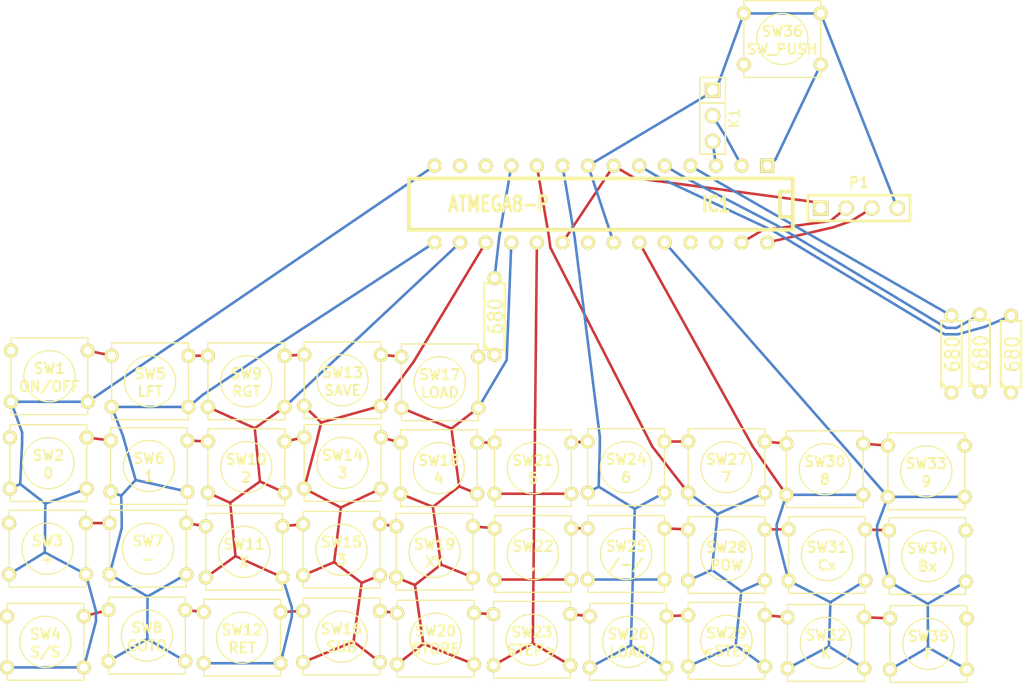
<source format=kicad_pcb>
(kicad_pcb (version 3) (host pcbnew "(22-Jun-2014 BZR 4027)-stable")

  (general
    (links 157)
    (no_connects 53)
    (area 70.675499 39.052499 147.0025 109.191829)
    (thickness 1.6)
    (drawings 0)
    (tracks 211)
    (zones 0)
    (modules 43)
    (nets 26)
  )

  (page A3)
  (layers
    (15 F.Cu signal)
    (0 B.Cu signal)
    (16 B.Adhes user)
    (17 F.Adhes user)
    (18 B.Paste user)
    (19 F.Paste user)
    (20 B.SilkS user)
    (21 F.SilkS user)
    (22 B.Mask user)
    (23 F.Mask user)
    (24 Dwgs.User user)
    (25 Cmts.User user)
    (26 Eco1.User user)
    (27 Eco2.User user)
    (28 Edge.Cuts user)
  )

  (setup
    (last_trace_width 0.254)
    (trace_clearance 0.254)
    (zone_clearance 0.508)
    (zone_45_only no)
    (trace_min 0.254)
    (segment_width 0.2)
    (edge_width 0.15)
    (via_size 0.889)
    (via_drill 0.635)
    (via_min_size 0.889)
    (via_min_drill 0.508)
    (uvia_size 0.508)
    (uvia_drill 0.127)
    (uvias_allowed no)
    (uvia_min_size 0.508)
    (uvia_min_drill 0.127)
    (pcb_text_width 0.3)
    (pcb_text_size 1.5 1.5)
    (mod_edge_width 0.15)
    (mod_text_size 1.5 1.5)
    (mod_text_width 0.15)
    (pad_size 1.4 1.4)
    (pad_drill 0.6)
    (pad_to_mask_clearance 0.2)
    (aux_axis_origin 0 0)
    (visible_elements FFFFFFBF)
    (pcbplotparams
      (layerselection 3178497)
      (usegerberextensions true)
      (excludeedgelayer true)
      (linewidth 0.150000)
      (plotframeref false)
      (viasonmask false)
      (mode 1)
      (useauxorigin false)
      (hpglpennumber 1)
      (hpglpenspeed 20)
      (hpglpendiameter 15)
      (hpglpenoverlay 2)
      (psnegative false)
      (psa4output false)
      (plotreference true)
      (plotvalue true)
      (plotothertext true)
      (plotinvisibletext false)
      (padsonsilk false)
      (subtractmaskfromsilk false)
      (outputformat 1)
      (mirror false)
      (drillshape 1)
      (scaleselection 1)
      (outputdirectory ""))
  )

  (net 0 "")
  (net 1 /COL_0)
  (net 2 /COL_1)
  (net 3 /COL_2)
  (net 4 /COL_3)
  (net 5 /COL_4)
  (net 6 /COL_5)
  (net 7 /COL_6)
  (net 8 /COL_7)
  (net 9 /COL_8)
  (net 10 /COL_9)
  (net 11 /I2C_SCL)
  (net 12 /I2C_SDA)
  (net 13 /ROW_0)
  (net 14 /ROW_1)
  (net 15 /ROW_2)
  (net 16 /ROW_3)
  (net 17 /RX)
  (net 18 /TX)
  (net 19 GND)
  (net 20 N-000001)
  (net 21 N-0000012)
  (net 22 N-0000021)
  (net 23 N-0000022)
  (net 24 N-0000023)
  (net 25 VCC)

  (net_class Default "Это класс цепей по умолчанию."
    (clearance 0.254)
    (trace_width 0.254)
    (via_dia 0.889)
    (via_drill 0.635)
    (uvia_dia 0.508)
    (uvia_drill 0.127)
    (add_net "")
    (add_net /COL_0)
    (add_net /COL_1)
    (add_net /COL_2)
    (add_net /COL_3)
    (add_net /COL_4)
    (add_net /COL_5)
    (add_net /COL_6)
    (add_net /COL_7)
    (add_net /COL_8)
    (add_net /COL_9)
    (add_net /I2C_SCL)
    (add_net /I2C_SDA)
    (add_net /ROW_0)
    (add_net /ROW_1)
    (add_net /ROW_2)
    (add_net /ROW_3)
    (add_net /RX)
    (add_net /TX)
    (add_net GND)
    (add_net N-000001)
    (add_net N-0000012)
    (add_net N-0000021)
    (add_net N-0000022)
    (add_net N-0000023)
    (add_net VCC)
  )

  (module SW_PUSH_SMALL (layer F.Cu) (tedit 46544DB3) (tstamp 587E1CF5)
    (at 87.8543 102.1535)
    (path /4AE8009E)
    (fp_text reference SW12 (at 0 -0.762) (layer F.SilkS)
      (effects (font (size 1.016 1.016) (thickness 0.2032)))
    )
    (fp_text value RET (at 0 1.016) (layer F.SilkS)
      (effects (font (size 1.016 1.016) (thickness 0.2032)))
    )
    (fp_circle (center 0 0) (end 0 -2.54) (layer F.SilkS) (width 0.127))
    (fp_line (start -3.81 -3.81) (end 3.81 -3.81) (layer F.SilkS) (width 0.127))
    (fp_line (start 3.81 -3.81) (end 3.81 3.81) (layer F.SilkS) (width 0.127))
    (fp_line (start 3.81 3.81) (end -3.81 3.81) (layer F.SilkS) (width 0.127))
    (fp_line (start -3.81 -3.81) (end -3.81 3.81) (layer F.SilkS) (width 0.127))
    (pad 1 thru_hole circle (at 3.81 -2.54) (size 1.397 1.397) (drill 0.8128)
      (layers *.Cu *.Mask F.SilkS)
      (net 22 N-0000021)
    )
    (pad 2 thru_hole circle (at 3.81 2.54) (size 1.397 1.397) (drill 0.8128)
      (layers *.Cu *.Mask F.SilkS)
      (net 3 /COL_2)
    )
    (pad 1 thru_hole circle (at -3.81 -2.54) (size 1.397 1.397) (drill 0.8128)
      (layers *.Cu *.Mask F.SilkS)
      (net 22 N-0000021)
    )
    (pad 2 thru_hole circle (at -3.81 2.54) (size 1.397 1.397) (drill 0.8128)
      (layers *.Cu *.Mask F.SilkS)
      (net 3 /COL_2)
    )
  )

  (module SW_PUSH_SMALL (layer F.Cu) (tedit 46544DB3) (tstamp 587E1D02)
    (at 125.9587 85.2299)
    (path /4AE80115)
    (fp_text reference SW24 (at 0 -0.762) (layer F.SilkS)
      (effects (font (size 1.016 1.016) (thickness 0.2032)))
    )
    (fp_text value 6 (at 0 1.016) (layer F.SilkS)
      (effects (font (size 1.016 1.016) (thickness 0.2032)))
    )
    (fp_circle (center 0 0) (end 0 -2.54) (layer F.SilkS) (width 0.127))
    (fp_line (start -3.81 -3.81) (end 3.81 -3.81) (layer F.SilkS) (width 0.127))
    (fp_line (start 3.81 -3.81) (end 3.81 3.81) (layer F.SilkS) (width 0.127))
    (fp_line (start 3.81 3.81) (end -3.81 3.81) (layer F.SilkS) (width 0.127))
    (fp_line (start -3.81 -3.81) (end -3.81 3.81) (layer F.SilkS) (width 0.127))
    (pad 1 thru_hole circle (at 3.81 -2.54) (size 1.397 1.397) (drill 0.8128)
      (layers *.Cu *.Mask F.SilkS)
      (net 24 N-0000023)
    )
    (pad 2 thru_hole circle (at 3.81 2.54) (size 1.397 1.397) (drill 0.8128)
      (layers *.Cu *.Mask F.SilkS)
      (net 7 /COL_6)
    )
    (pad 1 thru_hole circle (at -3.81 -2.54) (size 1.397 1.397) (drill 0.8128)
      (layers *.Cu *.Mask F.SilkS)
      (net 24 N-0000023)
    )
    (pad 2 thru_hole circle (at -3.81 2.54) (size 1.397 1.397) (drill 0.8128)
      (layers *.Cu *.Mask F.SilkS)
      (net 7 /COL_6)
    )
  )

  (module SW_PUSH_SMALL (layer F.Cu) (tedit 46544DB3) (tstamp 587E1D0F)
    (at 116.718 93.8476)
    (path /4AE80113)
    (fp_text reference SW22 (at 0 -0.762) (layer F.SilkS)
      (effects (font (size 1.016 1.016) (thickness 0.2032)))
    )
    (fp_text value , (at 0 1.016) (layer F.SilkS)
      (effects (font (size 1.016 1.016) (thickness 0.2032)))
    )
    (fp_circle (center 0 0) (end 0 -2.54) (layer F.SilkS) (width 0.127))
    (fp_line (start -3.81 -3.81) (end 3.81 -3.81) (layer F.SilkS) (width 0.127))
    (fp_line (start 3.81 -3.81) (end 3.81 3.81) (layer F.SilkS) (width 0.127))
    (fp_line (start 3.81 3.81) (end -3.81 3.81) (layer F.SilkS) (width 0.127))
    (fp_line (start -3.81 -3.81) (end -3.81 3.81) (layer F.SilkS) (width 0.127))
    (pad 1 thru_hole circle (at 3.81 -2.54) (size 1.397 1.397) (drill 0.8128)
      (layers *.Cu *.Mask F.SilkS)
      (net 20 N-000001)
    )
    (pad 2 thru_hole circle (at 3.81 2.54) (size 1.397 1.397) (drill 0.8128)
      (layers *.Cu *.Mask F.SilkS)
      (net 6 /COL_5)
    )
    (pad 1 thru_hole circle (at -3.81 -2.54) (size 1.397 1.397) (drill 0.8128)
      (layers *.Cu *.Mask F.SilkS)
      (net 20 N-000001)
    )
    (pad 2 thru_hole circle (at -3.81 2.54) (size 1.397 1.397) (drill 0.8128)
      (layers *.Cu *.Mask F.SilkS)
      (net 6 /COL_5)
    )
  )

  (module SW_PUSH_SMALL (layer F.Cu) (tedit 46544DB3) (tstamp 587E1D1C)
    (at 116.718 85.3337)
    (path /4AE80112)
    (fp_text reference SW21 (at 0 -0.762) (layer F.SilkS)
      (effects (font (size 1.016 1.016) (thickness 0.2032)))
    )
    (fp_text value 5 (at 0 1.016) (layer F.SilkS)
      (effects (font (size 1.016 1.016) (thickness 0.2032)))
    )
    (fp_circle (center 0 0) (end 0 -2.54) (layer F.SilkS) (width 0.127))
    (fp_line (start -3.81 -3.81) (end 3.81 -3.81) (layer F.SilkS) (width 0.127))
    (fp_line (start 3.81 -3.81) (end 3.81 3.81) (layer F.SilkS) (width 0.127))
    (fp_line (start 3.81 3.81) (end -3.81 3.81) (layer F.SilkS) (width 0.127))
    (fp_line (start -3.81 -3.81) (end -3.81 3.81) (layer F.SilkS) (width 0.127))
    (pad 1 thru_hole circle (at 3.81 -2.54) (size 1.397 1.397) (drill 0.8128)
      (layers *.Cu *.Mask F.SilkS)
      (net 24 N-0000023)
    )
    (pad 2 thru_hole circle (at 3.81 2.54) (size 1.397 1.397) (drill 0.8128)
      (layers *.Cu *.Mask F.SilkS)
      (net 6 /COL_5)
    )
    (pad 1 thru_hole circle (at -3.81 -2.54) (size 1.397 1.397) (drill 0.8128)
      (layers *.Cu *.Mask F.SilkS)
      (net 24 N-0000023)
    )
    (pad 2 thru_hole circle (at -3.81 2.54) (size 1.397 1.397) (drill 0.8128)
      (layers *.Cu *.Mask F.SilkS)
      (net 6 /COL_5)
    )
  )

  (module SW_PUSH_SMALL (layer F.Cu) (tedit 46544DB3) (tstamp 587E1D29)
    (at 107.0621 102.2574)
    (path /4AE80111)
    (fp_text reference SW20 (at 0 -0.762) (layer F.SilkS)
      (effects (font (size 1.016 1.016) (thickness 0.2032)))
    )
    (fp_text value STORE (at 0 1.016) (layer F.SilkS)
      (effects (font (size 1.016 1.016) (thickness 0.2032)))
    )
    (fp_circle (center 0 0) (end 0 -2.54) (layer F.SilkS) (width 0.127))
    (fp_line (start -3.81 -3.81) (end 3.81 -3.81) (layer F.SilkS) (width 0.127))
    (fp_line (start 3.81 -3.81) (end 3.81 3.81) (layer F.SilkS) (width 0.127))
    (fp_line (start 3.81 3.81) (end -3.81 3.81) (layer F.SilkS) (width 0.127))
    (fp_line (start -3.81 -3.81) (end -3.81 3.81) (layer F.SilkS) (width 0.127))
    (pad 1 thru_hole circle (at 3.81 -2.54) (size 1.397 1.397) (drill 0.8128)
      (layers *.Cu *.Mask F.SilkS)
      (net 22 N-0000021)
    )
    (pad 2 thru_hole circle (at 3.81 2.54) (size 1.397 1.397) (drill 0.8128)
      (layers *.Cu *.Mask F.SilkS)
      (net 5 /COL_4)
    )
    (pad 1 thru_hole circle (at -3.81 -2.54) (size 1.397 1.397) (drill 0.8128)
      (layers *.Cu *.Mask F.SilkS)
      (net 22 N-0000021)
    )
    (pad 2 thru_hole circle (at -3.81 2.54) (size 1.397 1.397) (drill 0.8128)
      (layers *.Cu *.Mask F.SilkS)
      (net 5 /COL_4)
    )
  )

  (module SW_PUSH_SMALL (layer F.Cu) (tedit 46544DB3) (tstamp 587E1D36)
    (at 106.9584 93.6397)
    (path /4AE80110)
    (fp_text reference SW19 (at 0 -0.762) (layer F.SilkS)
      (effects (font (size 1.016 1.016) (thickness 0.2032)))
    )
    (fp_text value XY (at 0 1.016) (layer F.SilkS)
      (effects (font (size 1.016 1.016) (thickness 0.2032)))
    )
    (fp_circle (center 0 0) (end 0 -2.54) (layer F.SilkS) (width 0.127))
    (fp_line (start -3.81 -3.81) (end 3.81 -3.81) (layer F.SilkS) (width 0.127))
    (fp_line (start 3.81 -3.81) (end 3.81 3.81) (layer F.SilkS) (width 0.127))
    (fp_line (start 3.81 3.81) (end -3.81 3.81) (layer F.SilkS) (width 0.127))
    (fp_line (start -3.81 -3.81) (end -3.81 3.81) (layer F.SilkS) (width 0.127))
    (pad 1 thru_hole circle (at 3.81 -2.54) (size 1.397 1.397) (drill 0.8128)
      (layers *.Cu *.Mask F.SilkS)
      (net 20 N-000001)
    )
    (pad 2 thru_hole circle (at 3.81 2.54) (size 1.397 1.397) (drill 0.8128)
      (layers *.Cu *.Mask F.SilkS)
      (net 5 /COL_4)
    )
    (pad 1 thru_hole circle (at -3.81 -2.54) (size 1.397 1.397) (drill 0.8128)
      (layers *.Cu *.Mask F.SilkS)
      (net 20 N-000001)
    )
    (pad 2 thru_hole circle (at -3.81 2.54) (size 1.397 1.397) (drill 0.8128)
      (layers *.Cu *.Mask F.SilkS)
      (net 5 /COL_4)
    )
  )

  (module SW_PUSH_SMALL (layer F.Cu) (tedit 46544DB3) (tstamp 587E1D43)
    (at 107.3736 85.3336)
    (path /4AE8010F)
    (fp_text reference SW18 (at 0 -0.762) (layer F.SilkS)
      (effects (font (size 1.016 1.016) (thickness 0.2032)))
    )
    (fp_text value 4 (at 0 1.016) (layer F.SilkS)
      (effects (font (size 1.016 1.016) (thickness 0.2032)))
    )
    (fp_circle (center 0 0) (end 0 -2.54) (layer F.SilkS) (width 0.127))
    (fp_line (start -3.81 -3.81) (end 3.81 -3.81) (layer F.SilkS) (width 0.127))
    (fp_line (start 3.81 -3.81) (end 3.81 3.81) (layer F.SilkS) (width 0.127))
    (fp_line (start 3.81 3.81) (end -3.81 3.81) (layer F.SilkS) (width 0.127))
    (fp_line (start -3.81 -3.81) (end -3.81 3.81) (layer F.SilkS) (width 0.127))
    (pad 1 thru_hole circle (at 3.81 -2.54) (size 1.397 1.397) (drill 0.8128)
      (layers *.Cu *.Mask F.SilkS)
      (net 24 N-0000023)
    )
    (pad 2 thru_hole circle (at 3.81 2.54) (size 1.397 1.397) (drill 0.8128)
      (layers *.Cu *.Mask F.SilkS)
      (net 5 /COL_4)
    )
    (pad 1 thru_hole circle (at -3.81 -2.54) (size 1.397 1.397) (drill 0.8128)
      (layers *.Cu *.Mask F.SilkS)
      (net 24 N-0000023)
    )
    (pad 2 thru_hole circle (at -3.81 2.54) (size 1.397 1.397) (drill 0.8128)
      (layers *.Cu *.Mask F.SilkS)
      (net 5 /COL_4)
    )
  )

  (module SW_PUSH_SMALL (layer F.Cu) (tedit 46544DB3) (tstamp 587E1D50)
    (at 97.7177 102.0497)
    (path /4AE800A1)
    (fp_text reference SW16 (at 0 -0.762) (layer F.SilkS)
      (effects (font (size 1.016 1.016) (thickness 0.2032)))
    )
    (fp_text value SUB (at 0 1.016) (layer F.SilkS)
      (effects (font (size 1.016 1.016) (thickness 0.2032)))
    )
    (fp_circle (center 0 0) (end 0 -2.54) (layer F.SilkS) (width 0.127))
    (fp_line (start -3.81 -3.81) (end 3.81 -3.81) (layer F.SilkS) (width 0.127))
    (fp_line (start 3.81 -3.81) (end 3.81 3.81) (layer F.SilkS) (width 0.127))
    (fp_line (start 3.81 3.81) (end -3.81 3.81) (layer F.SilkS) (width 0.127))
    (fp_line (start -3.81 -3.81) (end -3.81 3.81) (layer F.SilkS) (width 0.127))
    (pad 1 thru_hole circle (at 3.81 -2.54) (size 1.397 1.397) (drill 0.8128)
      (layers *.Cu *.Mask F.SilkS)
      (net 22 N-0000021)
    )
    (pad 2 thru_hole circle (at 3.81 2.54) (size 1.397 1.397) (drill 0.8128)
      (layers *.Cu *.Mask F.SilkS)
      (net 4 /COL_3)
    )
    (pad 1 thru_hole circle (at -3.81 -2.54) (size 1.397 1.397) (drill 0.8128)
      (layers *.Cu *.Mask F.SilkS)
      (net 22 N-0000021)
    )
    (pad 2 thru_hole circle (at -3.81 2.54) (size 1.397 1.397) (drill 0.8128)
      (layers *.Cu *.Mask F.SilkS)
      (net 4 /COL_3)
    )
  )

  (module SW_PUSH_SMALL (layer F.Cu) (tedit 46544DB3) (tstamp 587E1D5D)
    (at 97.7178 93.432)
    (path /4AE800A0)
    (fp_text reference SW15 (at 0 -0.762) (layer F.SilkS)
      (effects (font (size 1.016 1.016) (thickness 0.2032)))
    )
    (fp_text value 3 (at 0 1.016) (layer F.SilkS)
      (effects (font (size 1.016 1.016) (thickness 0.2032)))
    )
    (fp_circle (center 0 0) (end 0 -2.54) (layer F.SilkS) (width 0.127))
    (fp_line (start -3.81 -3.81) (end 3.81 -3.81) (layer F.SilkS) (width 0.127))
    (fp_line (start 3.81 -3.81) (end 3.81 3.81) (layer F.SilkS) (width 0.127))
    (fp_line (start 3.81 3.81) (end -3.81 3.81) (layer F.SilkS) (width 0.127))
    (fp_line (start -3.81 -3.81) (end -3.81 3.81) (layer F.SilkS) (width 0.127))
    (pad 1 thru_hole circle (at 3.81 -2.54) (size 1.397 1.397) (drill 0.8128)
      (layers *.Cu *.Mask F.SilkS)
      (net 20 N-000001)
    )
    (pad 2 thru_hole circle (at 3.81 2.54) (size 1.397 1.397) (drill 0.8128)
      (layers *.Cu *.Mask F.SilkS)
      (net 4 /COL_3)
    )
    (pad 1 thru_hole circle (at -3.81 -2.54) (size 1.397 1.397) (drill 0.8128)
      (layers *.Cu *.Mask F.SilkS)
      (net 20 N-000001)
    )
    (pad 2 thru_hole circle (at -3.81 2.54) (size 1.397 1.397) (drill 0.8128)
      (layers *.Cu *.Mask F.SilkS)
      (net 4 /COL_3)
    )
  )

  (module SW_PUSH_SMALL (layer F.Cu) (tedit 46544DB3) (tstamp 587E1D6A)
    (at 97.8216 84.8144)
    (path /4AE8009F)
    (fp_text reference SW14 (at 0 -0.762) (layer F.SilkS)
      (effects (font (size 1.016 1.016) (thickness 0.2032)))
    )
    (fp_text value 3 (at 0 1.016) (layer F.SilkS)
      (effects (font (size 1.016 1.016) (thickness 0.2032)))
    )
    (fp_circle (center 0 0) (end 0 -2.54) (layer F.SilkS) (width 0.127))
    (fp_line (start -3.81 -3.81) (end 3.81 -3.81) (layer F.SilkS) (width 0.127))
    (fp_line (start 3.81 -3.81) (end 3.81 3.81) (layer F.SilkS) (width 0.127))
    (fp_line (start 3.81 3.81) (end -3.81 3.81) (layer F.SilkS) (width 0.127))
    (fp_line (start -3.81 -3.81) (end -3.81 3.81) (layer F.SilkS) (width 0.127))
    (pad 1 thru_hole circle (at 3.81 -2.54) (size 1.397 1.397) (drill 0.8128)
      (layers *.Cu *.Mask F.SilkS)
      (net 24 N-0000023)
    )
    (pad 2 thru_hole circle (at 3.81 2.54) (size 1.397 1.397) (drill 0.8128)
      (layers *.Cu *.Mask F.SilkS)
      (net 4 /COL_3)
    )
    (pad 1 thru_hole circle (at -3.81 -2.54) (size 1.397 1.397) (drill 0.8128)
      (layers *.Cu *.Mask F.SilkS)
      (net 24 N-0000023)
    )
    (pad 2 thru_hole circle (at -3.81 2.54) (size 1.397 1.397) (drill 0.8128)
      (layers *.Cu *.Mask F.SilkS)
      (net 4 /COL_3)
    )
  )

  (module SW_PUSH_SMALL (layer F.Cu) (tedit 46544DB3) (tstamp 587E1D77)
    (at 116.6143 102.3611)
    (path /4AE80114)
    (fp_text reference SW23 (at 0 -0.762) (layer F.SilkS)
      (effects (font (size 1.016 1.016) (thickness 0.2032)))
    )
    (fp_text value STEP> (at 0 1.016) (layer F.SilkS)
      (effects (font (size 1.016 1.016) (thickness 0.2032)))
    )
    (fp_circle (center 0 0) (end 0 -2.54) (layer F.SilkS) (width 0.127))
    (fp_line (start -3.81 -3.81) (end 3.81 -3.81) (layer F.SilkS) (width 0.127))
    (fp_line (start 3.81 -3.81) (end 3.81 3.81) (layer F.SilkS) (width 0.127))
    (fp_line (start 3.81 3.81) (end -3.81 3.81) (layer F.SilkS) (width 0.127))
    (fp_line (start -3.81 -3.81) (end -3.81 3.81) (layer F.SilkS) (width 0.127))
    (pad 1 thru_hole circle (at 3.81 -2.54) (size 1.397 1.397) (drill 0.8128)
      (layers *.Cu *.Mask F.SilkS)
      (net 22 N-0000021)
    )
    (pad 2 thru_hole circle (at 3.81 2.54) (size 1.397 1.397) (drill 0.8128)
      (layers *.Cu *.Mask F.SilkS)
      (net 6 /COL_5)
    )
    (pad 1 thru_hole circle (at -3.81 -2.54) (size 1.397 1.397) (drill 0.8128)
      (layers *.Cu *.Mask F.SilkS)
      (net 22 N-0000021)
    )
    (pad 2 thru_hole circle (at -3.81 2.54) (size 1.397 1.397) (drill 0.8128)
      (layers *.Cu *.Mask F.SilkS)
      (net 6 /COL_5)
    )
  )

  (module SW_PUSH_SMALL (layer F.Cu) (tedit 46544DB3) (tstamp 587E1D84)
    (at 88.0619 93.6397)
    (path /4AE8009D)
    (fp_text reference SW11 (at 0 -0.762) (layer F.SilkS)
      (effects (font (size 1.016 1.016) (thickness 0.2032)))
    )
    (fp_text value X (at 0 1.016) (layer F.SilkS)
      (effects (font (size 1.016 1.016) (thickness 0.2032)))
    )
    (fp_circle (center 0 0) (end 0 -2.54) (layer F.SilkS) (width 0.127))
    (fp_line (start -3.81 -3.81) (end 3.81 -3.81) (layer F.SilkS) (width 0.127))
    (fp_line (start 3.81 -3.81) (end 3.81 3.81) (layer F.SilkS) (width 0.127))
    (fp_line (start 3.81 3.81) (end -3.81 3.81) (layer F.SilkS) (width 0.127))
    (fp_line (start -3.81 -3.81) (end -3.81 3.81) (layer F.SilkS) (width 0.127))
    (pad 1 thru_hole circle (at 3.81 -2.54) (size 1.397 1.397) (drill 0.8128)
      (layers *.Cu *.Mask F.SilkS)
      (net 20 N-000001)
    )
    (pad 2 thru_hole circle (at 3.81 2.54) (size 1.397 1.397) (drill 0.8128)
      (layers *.Cu *.Mask F.SilkS)
      (net 3 /COL_2)
    )
    (pad 1 thru_hole circle (at -3.81 -2.54) (size 1.397 1.397) (drill 0.8128)
      (layers *.Cu *.Mask F.SilkS)
      (net 20 N-000001)
    )
    (pad 2 thru_hole circle (at -3.81 2.54) (size 1.397 1.397) (drill 0.8128)
      (layers *.Cu *.Mask F.SilkS)
      (net 3 /COL_2)
    )
  )

  (module SW_PUSH_SMALL (layer F.Cu) (tedit 46544DB3) (tstamp 587E1D91)
    (at 88.2696 85.2298)
    (path /4AE8009C)
    (fp_text reference SW10 (at 0 -0.762) (layer F.SilkS)
      (effects (font (size 1.016 1.016) (thickness 0.2032)))
    )
    (fp_text value 2 (at 0 1.016) (layer F.SilkS)
      (effects (font (size 1.016 1.016) (thickness 0.2032)))
    )
    (fp_circle (center 0 0) (end 0 -2.54) (layer F.SilkS) (width 0.127))
    (fp_line (start -3.81 -3.81) (end 3.81 -3.81) (layer F.SilkS) (width 0.127))
    (fp_line (start 3.81 -3.81) (end 3.81 3.81) (layer F.SilkS) (width 0.127))
    (fp_line (start 3.81 3.81) (end -3.81 3.81) (layer F.SilkS) (width 0.127))
    (fp_line (start -3.81 -3.81) (end -3.81 3.81) (layer F.SilkS) (width 0.127))
    (pad 1 thru_hole circle (at 3.81 -2.54) (size 1.397 1.397) (drill 0.8128)
      (layers *.Cu *.Mask F.SilkS)
      (net 24 N-0000023)
    )
    (pad 2 thru_hole circle (at 3.81 2.54) (size 1.397 1.397) (drill 0.8128)
      (layers *.Cu *.Mask F.SilkS)
      (net 3 /COL_2)
    )
    (pad 1 thru_hole circle (at -3.81 -2.54) (size 1.397 1.397) (drill 0.8128)
      (layers *.Cu *.Mask F.SilkS)
      (net 24 N-0000023)
    )
    (pad 2 thru_hole circle (at -3.81 2.54) (size 1.397 1.397) (drill 0.8128)
      (layers *.Cu *.Mask F.SilkS)
      (net 3 /COL_2)
    )
  )

  (module SW_PUSH_SMALL (layer F.Cu) (tedit 46544DB3) (tstamp 587E1D9E)
    (at 78.406 101.9459)
    (path /4AE80044)
    (fp_text reference SW8 (at 0 -0.762) (layer F.SilkS)
      (effects (font (size 1.016 1.016) (thickness 0.2032)))
    )
    (fp_text value GOTO (at 0 1.016) (layer F.SilkS)
      (effects (font (size 1.016 1.016) (thickness 0.2032)))
    )
    (fp_circle (center 0 0) (end 0 -2.54) (layer F.SilkS) (width 0.127))
    (fp_line (start -3.81 -3.81) (end 3.81 -3.81) (layer F.SilkS) (width 0.127))
    (fp_line (start 3.81 -3.81) (end 3.81 3.81) (layer F.SilkS) (width 0.127))
    (fp_line (start 3.81 3.81) (end -3.81 3.81) (layer F.SilkS) (width 0.127))
    (fp_line (start -3.81 -3.81) (end -3.81 3.81) (layer F.SilkS) (width 0.127))
    (pad 1 thru_hole circle (at 3.81 -2.54) (size 1.397 1.397) (drill 0.8128)
      (layers *.Cu *.Mask F.SilkS)
      (net 22 N-0000021)
    )
    (pad 2 thru_hole circle (at 3.81 2.54) (size 1.397 1.397) (drill 0.8128)
      (layers *.Cu *.Mask F.SilkS)
      (net 2 /COL_1)
    )
    (pad 1 thru_hole circle (at -3.81 -2.54) (size 1.397 1.397) (drill 0.8128)
      (layers *.Cu *.Mask F.SilkS)
      (net 22 N-0000021)
    )
    (pad 2 thru_hole circle (at -3.81 2.54) (size 1.397 1.397) (drill 0.8128)
      (layers *.Cu *.Mask F.SilkS)
      (net 2 /COL_1)
    )
  )

  (module SW_PUSH_SMALL (layer F.Cu) (tedit 46544DB3) (tstamp 587E1DAB)
    (at 78.5098 93.3283)
    (path /4AE80043)
    (fp_text reference SW7 (at 0 -0.762) (layer F.SilkS)
      (effects (font (size 1.016 1.016) (thickness 0.2032)))
    )
    (fp_text value - (at 0 1.016) (layer F.SilkS)
      (effects (font (size 1.016 1.016) (thickness 0.2032)))
    )
    (fp_circle (center 0 0) (end 0 -2.54) (layer F.SilkS) (width 0.127))
    (fp_line (start -3.81 -3.81) (end 3.81 -3.81) (layer F.SilkS) (width 0.127))
    (fp_line (start 3.81 -3.81) (end 3.81 3.81) (layer F.SilkS) (width 0.127))
    (fp_line (start 3.81 3.81) (end -3.81 3.81) (layer F.SilkS) (width 0.127))
    (fp_line (start -3.81 -3.81) (end -3.81 3.81) (layer F.SilkS) (width 0.127))
    (pad 1 thru_hole circle (at 3.81 -2.54) (size 1.397 1.397) (drill 0.8128)
      (layers *.Cu *.Mask F.SilkS)
      (net 20 N-000001)
    )
    (pad 2 thru_hole circle (at 3.81 2.54) (size 1.397 1.397) (drill 0.8128)
      (layers *.Cu *.Mask F.SilkS)
      (net 2 /COL_1)
    )
    (pad 1 thru_hole circle (at -3.81 -2.54) (size 1.397 1.397) (drill 0.8128)
      (layers *.Cu *.Mask F.SilkS)
      (net 20 N-000001)
    )
    (pad 2 thru_hole circle (at -3.81 2.54) (size 1.397 1.397) (drill 0.8128)
      (layers *.Cu *.Mask F.SilkS)
      (net 2 /COL_1)
    )
  )

  (module SW_PUSH_SMALL (layer F.Cu) (tedit 46544DB3) (tstamp 587E1DB8)
    (at 78.6137 85.126)
    (path /4AE80042)
    (fp_text reference SW6 (at 0 -0.762) (layer F.SilkS)
      (effects (font (size 1.016 1.016) (thickness 0.2032)))
    )
    (fp_text value 1 (at 0 1.016) (layer F.SilkS)
      (effects (font (size 1.016 1.016) (thickness 0.2032)))
    )
    (fp_circle (center 0 0) (end 0 -2.54) (layer F.SilkS) (width 0.127))
    (fp_line (start -3.81 -3.81) (end 3.81 -3.81) (layer F.SilkS) (width 0.127))
    (fp_line (start 3.81 -3.81) (end 3.81 3.81) (layer F.SilkS) (width 0.127))
    (fp_line (start 3.81 3.81) (end -3.81 3.81) (layer F.SilkS) (width 0.127))
    (fp_line (start -3.81 -3.81) (end -3.81 3.81) (layer F.SilkS) (width 0.127))
    (pad 1 thru_hole circle (at 3.81 -2.54) (size 1.397 1.397) (drill 0.8128)
      (layers *.Cu *.Mask F.SilkS)
      (net 24 N-0000023)
    )
    (pad 2 thru_hole circle (at 3.81 2.54) (size 1.397 1.397) (drill 0.8128)
      (layers *.Cu *.Mask F.SilkS)
      (net 2 /COL_1)
    )
    (pad 1 thru_hole circle (at -3.81 -2.54) (size 1.397 1.397) (drill 0.8128)
      (layers *.Cu *.Mask F.SilkS)
      (net 24 N-0000023)
    )
    (pad 2 thru_hole circle (at -3.81 2.54) (size 1.397 1.397) (drill 0.8128)
      (layers *.Cu *.Mask F.SilkS)
      (net 2 /COL_1)
    )
  )

  (module SW_PUSH_SMALL (layer F.Cu) (tedit 46544DB3) (tstamp 587E1DC5)
    (at 68.3349 102.5689)
    (path /4AE7FFB3)
    (fp_text reference SW4 (at 0 -0.762) (layer F.SilkS)
      (effects (font (size 1.016 1.016) (thickness 0.2032)))
    )
    (fp_text value S/S (at 0 1.016) (layer F.SilkS)
      (effects (font (size 1.016 1.016) (thickness 0.2032)))
    )
    (fp_circle (center 0 0) (end 0 -2.54) (layer F.SilkS) (width 0.127))
    (fp_line (start -3.81 -3.81) (end 3.81 -3.81) (layer F.SilkS) (width 0.127))
    (fp_line (start 3.81 -3.81) (end 3.81 3.81) (layer F.SilkS) (width 0.127))
    (fp_line (start 3.81 3.81) (end -3.81 3.81) (layer F.SilkS) (width 0.127))
    (fp_line (start -3.81 -3.81) (end -3.81 3.81) (layer F.SilkS) (width 0.127))
    (pad 1 thru_hole circle (at 3.81 -2.54) (size 1.397 1.397) (drill 0.8128)
      (layers *.Cu *.Mask F.SilkS)
      (net 22 N-0000021)
    )
    (pad 2 thru_hole circle (at 3.81 2.54) (size 1.397 1.397) (drill 0.8128)
      (layers *.Cu *.Mask F.SilkS)
      (net 1 /COL_0)
    )
    (pad 1 thru_hole circle (at -3.81 -2.54) (size 1.397 1.397) (drill 0.8128)
      (layers *.Cu *.Mask F.SilkS)
      (net 22 N-0000021)
    )
    (pad 2 thru_hole circle (at -3.81 2.54) (size 1.397 1.397) (drill 0.8128)
      (layers *.Cu *.Mask F.SilkS)
      (net 1 /COL_0)
    )
  )

  (module SW_PUSH_SMALL (layer F.Cu) (tedit 46544DB3) (tstamp 587E1DD2)
    (at 68.5426 93.3282)
    (path /4AE7FFAD)
    (fp_text reference SW3 (at 0 -0.762) (layer F.SilkS)
      (effects (font (size 1.016 1.016) (thickness 0.2032)))
    )
    (fp_text value + (at 0 1.016) (layer F.SilkS)
      (effects (font (size 1.016 1.016) (thickness 0.2032)))
    )
    (fp_circle (center 0 0) (end 0 -2.54) (layer F.SilkS) (width 0.127))
    (fp_line (start -3.81 -3.81) (end 3.81 -3.81) (layer F.SilkS) (width 0.127))
    (fp_line (start 3.81 -3.81) (end 3.81 3.81) (layer F.SilkS) (width 0.127))
    (fp_line (start 3.81 3.81) (end -3.81 3.81) (layer F.SilkS) (width 0.127))
    (fp_line (start -3.81 -3.81) (end -3.81 3.81) (layer F.SilkS) (width 0.127))
    (pad 1 thru_hole circle (at 3.81 -2.54) (size 1.397 1.397) (drill 0.8128)
      (layers *.Cu *.Mask F.SilkS)
      (net 20 N-000001)
    )
    (pad 2 thru_hole circle (at 3.81 2.54) (size 1.397 1.397) (drill 0.8128)
      (layers *.Cu *.Mask F.SilkS)
      (net 1 /COL_0)
    )
    (pad 1 thru_hole circle (at -3.81 -2.54) (size 1.397 1.397) (drill 0.8128)
      (layers *.Cu *.Mask F.SilkS)
      (net 20 N-000001)
    )
    (pad 2 thru_hole circle (at -3.81 2.54) (size 1.397 1.397) (drill 0.8128)
      (layers *.Cu *.Mask F.SilkS)
      (net 1 /COL_0)
    )
  )

  (module SW_PUSH_SMALL (layer F.Cu) (tedit 46544DB3) (tstamp 587E1DDF)
    (at 68.627 84.8326)
    (path /4AE7FFA4)
    (fp_text reference SW2 (at 0 -0.762) (layer F.SilkS)
      (effects (font (size 1.016 1.016) (thickness 0.2032)))
    )
    (fp_text value 0 (at 0 1.016) (layer F.SilkS)
      (effects (font (size 1.016 1.016) (thickness 0.2032)))
    )
    (fp_circle (center 0 0) (end 0 -2.54) (layer F.SilkS) (width 0.127))
    (fp_line (start -3.81 -3.81) (end 3.81 -3.81) (layer F.SilkS) (width 0.127))
    (fp_line (start 3.81 -3.81) (end 3.81 3.81) (layer F.SilkS) (width 0.127))
    (fp_line (start 3.81 3.81) (end -3.81 3.81) (layer F.SilkS) (width 0.127))
    (fp_line (start -3.81 -3.81) (end -3.81 3.81) (layer F.SilkS) (width 0.127))
    (pad 1 thru_hole circle (at 3.81 -2.54) (size 1.397 1.397) (drill 0.8128)
      (layers *.Cu *.Mask F.SilkS)
      (net 24 N-0000023)
    )
    (pad 2 thru_hole circle (at 3.81 2.54) (size 1.397 1.397) (drill 0.8128)
      (layers *.Cu *.Mask F.SilkS)
      (net 1 /COL_0)
    )
    (pad 1 thru_hole circle (at -3.81 -2.54) (size 1.397 1.397) (drill 0.8128)
      (layers *.Cu *.Mask F.SilkS)
      (net 24 N-0000023)
    )
    (pad 2 thru_hole circle (at -3.81 2.54) (size 1.397 1.397) (drill 0.8128)
      (layers *.Cu *.Mask F.SilkS)
      (net 1 /COL_0)
    )
  )

  (module SW_PUSH_SMALL (layer F.Cu) (tedit 46544DB3) (tstamp 587E1DEC)
    (at 141.4621 42.7454)
    (path /587DF8F7)
    (fp_text reference SW36 (at 0 -0.762) (layer F.SilkS)
      (effects (font (size 1.016 1.016) (thickness 0.2032)))
    )
    (fp_text value SW_PUSH (at 0 1.016) (layer F.SilkS)
      (effects (font (size 1.016 1.016) (thickness 0.2032)))
    )
    (fp_circle (center 0 0) (end 0 -2.54) (layer F.SilkS) (width 0.127))
    (fp_line (start -3.81 -3.81) (end 3.81 -3.81) (layer F.SilkS) (width 0.127))
    (fp_line (start 3.81 -3.81) (end 3.81 3.81) (layer F.SilkS) (width 0.127))
    (fp_line (start 3.81 3.81) (end -3.81 3.81) (layer F.SilkS) (width 0.127))
    (fp_line (start -3.81 -3.81) (end -3.81 3.81) (layer F.SilkS) (width 0.127))
    (pad 1 thru_hole circle (at 3.81 -2.54) (size 1.397 1.397) (drill 0.8128)
      (layers *.Cu *.Mask F.SilkS)
      (net 19 GND)
    )
    (pad 2 thru_hole circle (at 3.81 2.54) (size 1.397 1.397) (drill 0.8128)
      (layers *.Cu *.Mask F.SilkS)
      (net 21 N-0000012)
    )
    (pad 1 thru_hole circle (at -3.81 -2.54) (size 1.397 1.397) (drill 0.8128)
      (layers *.Cu *.Mask F.SilkS)
      (net 19 GND)
    )
    (pad 2 thru_hole circle (at -3.81 2.54) (size 1.397 1.397) (drill 0.8128)
      (layers *.Cu *.Mask F.SilkS)
      (net 21 N-0000012)
    )
  )

  (module SW_PUSH_SMALL (layer F.Cu) (tedit 46544DB3) (tstamp 587E1DF9)
    (at 155.9644 102.7765)
    (path /4AE80219)
    (fp_text reference SW35 (at 0 -0.762) (layer F.SilkS)
      (effects (font (size 1.016 1.016) (thickness 0.2032)))
    )
    (fp_text value F (at 0 1.016) (layer F.SilkS)
      (effects (font (size 1.016 1.016) (thickness 0.2032)))
    )
    (fp_circle (center 0 0) (end 0 -2.54) (layer F.SilkS) (width 0.127))
    (fp_line (start -3.81 -3.81) (end 3.81 -3.81) (layer F.SilkS) (width 0.127))
    (fp_line (start 3.81 -3.81) (end 3.81 3.81) (layer F.SilkS) (width 0.127))
    (fp_line (start 3.81 3.81) (end -3.81 3.81) (layer F.SilkS) (width 0.127))
    (fp_line (start -3.81 -3.81) (end -3.81 3.81) (layer F.SilkS) (width 0.127))
    (pad 1 thru_hole circle (at 3.81 -2.54) (size 1.397 1.397) (drill 0.8128)
      (layers *.Cu *.Mask F.SilkS)
      (net 22 N-0000021)
    )
    (pad 2 thru_hole circle (at 3.81 2.54) (size 1.397 1.397) (drill 0.8128)
      (layers *.Cu *.Mask F.SilkS)
      (net 10 /COL_9)
    )
    (pad 1 thru_hole circle (at -3.81 -2.54) (size 1.397 1.397) (drill 0.8128)
      (layers *.Cu *.Mask F.SilkS)
      (net 22 N-0000021)
    )
    (pad 2 thru_hole circle (at -3.81 2.54) (size 1.397 1.397) (drill 0.8128)
      (layers *.Cu *.Mask F.SilkS)
      (net 10 /COL_9)
    )
  )

  (module SW_PUSH_SMALL (layer F.Cu) (tedit 46544DB3) (tstamp 587E1E06)
    (at 107.4774 76.8199)
    (path /4B0C072C)
    (fp_text reference SW17 (at 0 -0.762) (layer F.SilkS)
      (effects (font (size 1.016 1.016) (thickness 0.2032)))
    )
    (fp_text value LOAD (at 0 1.016) (layer F.SilkS)
      (effects (font (size 1.016 1.016) (thickness 0.2032)))
    )
    (fp_circle (center 0 0) (end 0 -2.54) (layer F.SilkS) (width 0.127))
    (fp_line (start -3.81 -3.81) (end 3.81 -3.81) (layer F.SilkS) (width 0.127))
    (fp_line (start 3.81 -3.81) (end 3.81 3.81) (layer F.SilkS) (width 0.127))
    (fp_line (start 3.81 3.81) (end -3.81 3.81) (layer F.SilkS) (width 0.127))
    (fp_line (start -3.81 -3.81) (end -3.81 3.81) (layer F.SilkS) (width 0.127))
    (pad 1 thru_hole circle (at 3.81 -2.54) (size 1.397 1.397) (drill 0.8128)
      (layers *.Cu *.Mask F.SilkS)
      (net 23 N-0000022)
    )
    (pad 2 thru_hole circle (at 3.81 2.54) (size 1.397 1.397) (drill 0.8128)
      (layers *.Cu *.Mask F.SilkS)
      (net 5 /COL_4)
    )
    (pad 1 thru_hole circle (at -3.81 -2.54) (size 1.397 1.397) (drill 0.8128)
      (layers *.Cu *.Mask F.SilkS)
      (net 23 N-0000022)
    )
    (pad 2 thru_hole circle (at -3.81 2.54) (size 1.397 1.397) (drill 0.8128)
      (layers *.Cu *.Mask F.SilkS)
      (net 5 /COL_4)
    )
  )

  (module SW_PUSH_SMALL (layer F.Cu) (tedit 46544DB3) (tstamp 587E1E13)
    (at 97.8216 76.6122)
    (path /4B0C072B)
    (fp_text reference SW13 (at 0 -0.762) (layer F.SilkS)
      (effects (font (size 1.016 1.016) (thickness 0.2032)))
    )
    (fp_text value SAVE (at 0 1.016) (layer F.SilkS)
      (effects (font (size 1.016 1.016) (thickness 0.2032)))
    )
    (fp_circle (center 0 0) (end 0 -2.54) (layer F.SilkS) (width 0.127))
    (fp_line (start -3.81 -3.81) (end 3.81 -3.81) (layer F.SilkS) (width 0.127))
    (fp_line (start 3.81 -3.81) (end 3.81 3.81) (layer F.SilkS) (width 0.127))
    (fp_line (start 3.81 3.81) (end -3.81 3.81) (layer F.SilkS) (width 0.127))
    (fp_line (start -3.81 -3.81) (end -3.81 3.81) (layer F.SilkS) (width 0.127))
    (pad 1 thru_hole circle (at 3.81 -2.54) (size 1.397 1.397) (drill 0.8128)
      (layers *.Cu *.Mask F.SilkS)
      (net 23 N-0000022)
    )
    (pad 2 thru_hole circle (at 3.81 2.54) (size 1.397 1.397) (drill 0.8128)
      (layers *.Cu *.Mask F.SilkS)
      (net 4 /COL_3)
    )
    (pad 1 thru_hole circle (at -3.81 -2.54) (size 1.397 1.397) (drill 0.8128)
      (layers *.Cu *.Mask F.SilkS)
      (net 23 N-0000022)
    )
    (pad 2 thru_hole circle (at -3.81 2.54) (size 1.397 1.397) (drill 0.8128)
      (layers *.Cu *.Mask F.SilkS)
      (net 4 /COL_3)
    )
  )

  (module SW_PUSH_SMALL (layer F.Cu) (tedit 46544DB3) (tstamp 587E1E20)
    (at 88.2696 76.716)
    (path /4B0C072A)
    (fp_text reference SW9 (at 0 -0.762) (layer F.SilkS)
      (effects (font (size 1.016 1.016) (thickness 0.2032)))
    )
    (fp_text value RGT (at 0 1.016) (layer F.SilkS)
      (effects (font (size 1.016 1.016) (thickness 0.2032)))
    )
    (fp_circle (center 0 0) (end 0 -2.54) (layer F.SilkS) (width 0.127))
    (fp_line (start -3.81 -3.81) (end 3.81 -3.81) (layer F.SilkS) (width 0.127))
    (fp_line (start 3.81 -3.81) (end 3.81 3.81) (layer F.SilkS) (width 0.127))
    (fp_line (start 3.81 3.81) (end -3.81 3.81) (layer F.SilkS) (width 0.127))
    (fp_line (start -3.81 -3.81) (end -3.81 3.81) (layer F.SilkS) (width 0.127))
    (pad 1 thru_hole circle (at 3.81 -2.54) (size 1.397 1.397) (drill 0.8128)
      (layers *.Cu *.Mask F.SilkS)
      (net 23 N-0000022)
    )
    (pad 2 thru_hole circle (at 3.81 2.54) (size 1.397 1.397) (drill 0.8128)
      (layers *.Cu *.Mask F.SilkS)
      (net 3 /COL_2)
    )
    (pad 1 thru_hole circle (at -3.81 -2.54) (size 1.397 1.397) (drill 0.8128)
      (layers *.Cu *.Mask F.SilkS)
      (net 23 N-0000022)
    )
    (pad 2 thru_hole circle (at -3.81 2.54) (size 1.397 1.397) (drill 0.8128)
      (layers *.Cu *.Mask F.SilkS)
      (net 3 /COL_2)
    )
  )

  (module SW_PUSH_SMALL (layer F.Cu) (tedit 46544DB3) (tstamp 587E1E2D)
    (at 78.7175 76.7159)
    (path /4B0C0729)
    (fp_text reference SW5 (at 0 -0.762) (layer F.SilkS)
      (effects (font (size 1.016 1.016) (thickness 0.2032)))
    )
    (fp_text value LFT (at 0 1.016) (layer F.SilkS)
      (effects (font (size 1.016 1.016) (thickness 0.2032)))
    )
    (fp_circle (center 0 0) (end 0 -2.54) (layer F.SilkS) (width 0.127))
    (fp_line (start -3.81 -3.81) (end 3.81 -3.81) (layer F.SilkS) (width 0.127))
    (fp_line (start 3.81 -3.81) (end 3.81 3.81) (layer F.SilkS) (width 0.127))
    (fp_line (start 3.81 3.81) (end -3.81 3.81) (layer F.SilkS) (width 0.127))
    (fp_line (start -3.81 -3.81) (end -3.81 3.81) (layer F.SilkS) (width 0.127))
    (pad 1 thru_hole circle (at 3.81 -2.54) (size 1.397 1.397) (drill 0.8128)
      (layers *.Cu *.Mask F.SilkS)
      (net 23 N-0000022)
    )
    (pad 2 thru_hole circle (at 3.81 2.54) (size 1.397 1.397) (drill 0.8128)
      (layers *.Cu *.Mask F.SilkS)
      (net 2 /COL_1)
    )
    (pad 1 thru_hole circle (at -3.81 -2.54) (size 1.397 1.397) (drill 0.8128)
      (layers *.Cu *.Mask F.SilkS)
      (net 23 N-0000022)
    )
    (pad 2 thru_hole circle (at -3.81 2.54) (size 1.397 1.397) (drill 0.8128)
      (layers *.Cu *.Mask F.SilkS)
      (net 2 /COL_1)
    )
  )

  (module SW_PUSH_SMALL (layer F.Cu) (tedit 46544DB3) (tstamp 587E1E3A)
    (at 68.7308 76.206)
    (path /4B0C0728)
    (fp_text reference SW1 (at 0 -0.762) (layer F.SilkS)
      (effects (font (size 1.016 1.016) (thickness 0.2032)))
    )
    (fp_text value ON/OFF (at 0 1.016) (layer F.SilkS)
      (effects (font (size 1.016 1.016) (thickness 0.2032)))
    )
    (fp_circle (center 0 0) (end 0 -2.54) (layer F.SilkS) (width 0.127))
    (fp_line (start -3.81 -3.81) (end 3.81 -3.81) (layer F.SilkS) (width 0.127))
    (fp_line (start 3.81 -3.81) (end 3.81 3.81) (layer F.SilkS) (width 0.127))
    (fp_line (start 3.81 3.81) (end -3.81 3.81) (layer F.SilkS) (width 0.127))
    (fp_line (start -3.81 -3.81) (end -3.81 3.81) (layer F.SilkS) (width 0.127))
    (pad 1 thru_hole circle (at 3.81 -2.54) (size 1.397 1.397) (drill 0.8128)
      (layers *.Cu *.Mask F.SilkS)
      (net 23 N-0000022)
    )
    (pad 2 thru_hole circle (at 3.81 2.54) (size 1.397 1.397) (drill 0.8128)
      (layers *.Cu *.Mask F.SilkS)
      (net 1 /COL_0)
    )
    (pad 1 thru_hole circle (at -3.81 -2.54) (size 1.397 1.397) (drill 0.8128)
      (layers *.Cu *.Mask F.SilkS)
      (net 23 N-0000022)
    )
    (pad 2 thru_hole circle (at -3.81 2.54) (size 1.397 1.397) (drill 0.8128)
      (layers *.Cu *.Mask F.SilkS)
      (net 1 /COL_0)
    )
  )

  (module SW_PUSH_SMALL (layer F.Cu) (tedit 46544DB3) (tstamp 587E1E47)
    (at 125.9587 93.8473)
    (path /4AE80116)
    (fp_text reference SW25 (at 0 -0.762) (layer F.SilkS)
      (effects (font (size 1.016 1.016) (thickness 0.2032)))
    )
    (fp_text value /-/ (at 0 1.016) (layer F.SilkS)
      (effects (font (size 1.016 1.016) (thickness 0.2032)))
    )
    (fp_circle (center 0 0) (end 0 -2.54) (layer F.SilkS) (width 0.127))
    (fp_line (start -3.81 -3.81) (end 3.81 -3.81) (layer F.SilkS) (width 0.127))
    (fp_line (start 3.81 -3.81) (end 3.81 3.81) (layer F.SilkS) (width 0.127))
    (fp_line (start 3.81 3.81) (end -3.81 3.81) (layer F.SilkS) (width 0.127))
    (fp_line (start -3.81 -3.81) (end -3.81 3.81) (layer F.SilkS) (width 0.127))
    (pad 1 thru_hole circle (at 3.81 -2.54) (size 1.397 1.397) (drill 0.8128)
      (layers *.Cu *.Mask F.SilkS)
      (net 20 N-000001)
    )
    (pad 2 thru_hole circle (at 3.81 2.54) (size 1.397 1.397) (drill 0.8128)
      (layers *.Cu *.Mask F.SilkS)
      (net 7 /COL_6)
    )
    (pad 1 thru_hole circle (at -3.81 -2.54) (size 1.397 1.397) (drill 0.8128)
      (layers *.Cu *.Mask F.SilkS)
      (net 20 N-000001)
    )
    (pad 2 thru_hole circle (at -3.81 2.54) (size 1.397 1.397) (drill 0.8128)
      (layers *.Cu *.Mask F.SilkS)
      (net 7 /COL_6)
    )
  )

  (module SW_PUSH_SMALL (layer F.Cu) (tedit 46544DB3) (tstamp 587E1E54)
    (at 155.8606 94.055)
    (path /4AE80218)
    (fp_text reference SW34 (at 0 -0.762) (layer F.SilkS)
      (effects (font (size 1.016 1.016) (thickness 0.2032)))
    )
    (fp_text value Bx (at 0 1.016) (layer F.SilkS)
      (effects (font (size 1.016 1.016) (thickness 0.2032)))
    )
    (fp_circle (center 0 0) (end 0 -2.54) (layer F.SilkS) (width 0.127))
    (fp_line (start -3.81 -3.81) (end 3.81 -3.81) (layer F.SilkS) (width 0.127))
    (fp_line (start 3.81 -3.81) (end 3.81 3.81) (layer F.SilkS) (width 0.127))
    (fp_line (start 3.81 3.81) (end -3.81 3.81) (layer F.SilkS) (width 0.127))
    (fp_line (start -3.81 -3.81) (end -3.81 3.81) (layer F.SilkS) (width 0.127))
    (pad 1 thru_hole circle (at 3.81 -2.54) (size 1.397 1.397) (drill 0.8128)
      (layers *.Cu *.Mask F.SilkS)
      (net 20 N-000001)
    )
    (pad 2 thru_hole circle (at 3.81 2.54) (size 1.397 1.397) (drill 0.8128)
      (layers *.Cu *.Mask F.SilkS)
      (net 10 /COL_9)
    )
    (pad 1 thru_hole circle (at -3.81 -2.54) (size 1.397 1.397) (drill 0.8128)
      (layers *.Cu *.Mask F.SilkS)
      (net 20 N-000001)
    )
    (pad 2 thru_hole circle (at -3.81 2.54) (size 1.397 1.397) (drill 0.8128)
      (layers *.Cu *.Mask F.SilkS)
      (net 10 /COL_9)
    )
  )

  (module SW_PUSH_SMALL (layer F.Cu) (tedit 46544DB3) (tstamp 587E1E61)
    (at 155.7569 85.645)
    (path /4AE80217)
    (fp_text reference SW33 (at 0 -0.762) (layer F.SilkS)
      (effects (font (size 1.016 1.016) (thickness 0.2032)))
    )
    (fp_text value 9 (at 0 1.016) (layer F.SilkS)
      (effects (font (size 1.016 1.016) (thickness 0.2032)))
    )
    (fp_circle (center 0 0) (end 0 -2.54) (layer F.SilkS) (width 0.127))
    (fp_line (start -3.81 -3.81) (end 3.81 -3.81) (layer F.SilkS) (width 0.127))
    (fp_line (start 3.81 -3.81) (end 3.81 3.81) (layer F.SilkS) (width 0.127))
    (fp_line (start 3.81 3.81) (end -3.81 3.81) (layer F.SilkS) (width 0.127))
    (fp_line (start -3.81 -3.81) (end -3.81 3.81) (layer F.SilkS) (width 0.127))
    (pad 1 thru_hole circle (at 3.81 -2.54) (size 1.397 1.397) (drill 0.8128)
      (layers *.Cu *.Mask F.SilkS)
      (net 24 N-0000023)
    )
    (pad 2 thru_hole circle (at 3.81 2.54) (size 1.397 1.397) (drill 0.8128)
      (layers *.Cu *.Mask F.SilkS)
      (net 10 /COL_9)
    )
    (pad 1 thru_hole circle (at -3.81 -2.54) (size 1.397 1.397) (drill 0.8128)
      (layers *.Cu *.Mask F.SilkS)
      (net 24 N-0000023)
    )
    (pad 2 thru_hole circle (at -3.81 2.54) (size 1.397 1.397) (drill 0.8128)
      (layers *.Cu *.Mask F.SilkS)
      (net 10 /COL_9)
    )
  )

  (module SW_PUSH_SMALL (layer F.Cu) (tedit 46544DB3) (tstamp 587E1E6E)
    (at 145.7896 102.6727)
    (path /4AE80216)
    (fp_text reference SW32 (at 0 -0.762) (layer F.SilkS)
      (effects (font (size 1.016 1.016) (thickness 0.2032)))
    )
    (fp_text value K (at 0 1.016) (layer F.SilkS)
      (effects (font (size 1.016 1.016) (thickness 0.2032)))
    )
    (fp_circle (center 0 0) (end 0 -2.54) (layer F.SilkS) (width 0.127))
    (fp_line (start -3.81 -3.81) (end 3.81 -3.81) (layer F.SilkS) (width 0.127))
    (fp_line (start 3.81 -3.81) (end 3.81 3.81) (layer F.SilkS) (width 0.127))
    (fp_line (start 3.81 3.81) (end -3.81 3.81) (layer F.SilkS) (width 0.127))
    (fp_line (start -3.81 -3.81) (end -3.81 3.81) (layer F.SilkS) (width 0.127))
    (pad 1 thru_hole circle (at 3.81 -2.54) (size 1.397 1.397) (drill 0.8128)
      (layers *.Cu *.Mask F.SilkS)
      (net 22 N-0000021)
    )
    (pad 2 thru_hole circle (at 3.81 2.54) (size 1.397 1.397) (drill 0.8128)
      (layers *.Cu *.Mask F.SilkS)
      (net 9 /COL_8)
    )
    (pad 1 thru_hole circle (at -3.81 -2.54) (size 1.397 1.397) (drill 0.8128)
      (layers *.Cu *.Mask F.SilkS)
      (net 22 N-0000021)
    )
    (pad 2 thru_hole circle (at -3.81 2.54) (size 1.397 1.397) (drill 0.8128)
      (layers *.Cu *.Mask F.SilkS)
      (net 9 /COL_8)
    )
  )

  (module SW_PUSH_SMALL (layer F.Cu) (tedit 46544DB3) (tstamp 587E1E7B)
    (at 145.8934 93.9512)
    (path /4AE80215)
    (fp_text reference SW31 (at 0 -0.762) (layer F.SilkS)
      (effects (font (size 1.016 1.016) (thickness 0.2032)))
    )
    (fp_text value Cx (at 0 1.016) (layer F.SilkS)
      (effects (font (size 1.016 1.016) (thickness 0.2032)))
    )
    (fp_circle (center 0 0) (end 0 -2.54) (layer F.SilkS) (width 0.127))
    (fp_line (start -3.81 -3.81) (end 3.81 -3.81) (layer F.SilkS) (width 0.127))
    (fp_line (start 3.81 -3.81) (end 3.81 3.81) (layer F.SilkS) (width 0.127))
    (fp_line (start 3.81 3.81) (end -3.81 3.81) (layer F.SilkS) (width 0.127))
    (fp_line (start -3.81 -3.81) (end -3.81 3.81) (layer F.SilkS) (width 0.127))
    (pad 1 thru_hole circle (at 3.81 -2.54) (size 1.397 1.397) (drill 0.8128)
      (layers *.Cu *.Mask F.SilkS)
      (net 20 N-000001)
    )
    (pad 2 thru_hole circle (at 3.81 2.54) (size 1.397 1.397) (drill 0.8128)
      (layers *.Cu *.Mask F.SilkS)
      (net 9 /COL_8)
    )
    (pad 1 thru_hole circle (at -3.81 -2.54) (size 1.397 1.397) (drill 0.8128)
      (layers *.Cu *.Mask F.SilkS)
      (net 20 N-000001)
    )
    (pad 2 thru_hole circle (at -3.81 2.54) (size 1.397 1.397) (drill 0.8128)
      (layers *.Cu *.Mask F.SilkS)
      (net 9 /COL_8)
    )
  )

  (module SW_PUSH_SMALL (layer F.Cu) (tedit 46544DB3) (tstamp 587E1E88)
    (at 145.6857 85.4375)
    (path /4AE80214)
    (fp_text reference SW30 (at 0 -0.762) (layer F.SilkS)
      (effects (font (size 1.016 1.016) (thickness 0.2032)))
    )
    (fp_text value 8 (at 0 1.016) (layer F.SilkS)
      (effects (font (size 1.016 1.016) (thickness 0.2032)))
    )
    (fp_circle (center 0 0) (end 0 -2.54) (layer F.SilkS) (width 0.127))
    (fp_line (start -3.81 -3.81) (end 3.81 -3.81) (layer F.SilkS) (width 0.127))
    (fp_line (start 3.81 -3.81) (end 3.81 3.81) (layer F.SilkS) (width 0.127))
    (fp_line (start 3.81 3.81) (end -3.81 3.81) (layer F.SilkS) (width 0.127))
    (fp_line (start -3.81 -3.81) (end -3.81 3.81) (layer F.SilkS) (width 0.127))
    (pad 1 thru_hole circle (at 3.81 -2.54) (size 1.397 1.397) (drill 0.8128)
      (layers *.Cu *.Mask F.SilkS)
      (net 24 N-0000023)
    )
    (pad 2 thru_hole circle (at 3.81 2.54) (size 1.397 1.397) (drill 0.8128)
      (layers *.Cu *.Mask F.SilkS)
      (net 9 /COL_8)
    )
    (pad 1 thru_hole circle (at -3.81 -2.54) (size 1.397 1.397) (drill 0.8128)
      (layers *.Cu *.Mask F.SilkS)
      (net 24 N-0000023)
    )
    (pad 2 thru_hole circle (at -3.81 2.54) (size 1.397 1.397) (drill 0.8128)
      (layers *.Cu *.Mask F.SilkS)
      (net 9 /COL_8)
    )
  )

  (module SW_PUSH_SMALL (layer F.Cu) (tedit 46544DB3) (tstamp 587E1E95)
    (at 135.926 102.4649)
    (path /4AE8011A)
    (fp_text reference SW29 (at 0 -0.762) (layer F.SilkS)
      (effects (font (size 1.016 1.016) (thickness 0.2032)))
    )
    (fp_text value <STEP (at 0 1.016) (layer F.SilkS)
      (effects (font (size 1.016 1.016) (thickness 0.2032)))
    )
    (fp_circle (center 0 0) (end 0 -2.54) (layer F.SilkS) (width 0.127))
    (fp_line (start -3.81 -3.81) (end 3.81 -3.81) (layer F.SilkS) (width 0.127))
    (fp_line (start 3.81 -3.81) (end 3.81 3.81) (layer F.SilkS) (width 0.127))
    (fp_line (start 3.81 3.81) (end -3.81 3.81) (layer F.SilkS) (width 0.127))
    (fp_line (start -3.81 -3.81) (end -3.81 3.81) (layer F.SilkS) (width 0.127))
    (pad 1 thru_hole circle (at 3.81 -2.54) (size 1.397 1.397) (drill 0.8128)
      (layers *.Cu *.Mask F.SilkS)
      (net 22 N-0000021)
    )
    (pad 2 thru_hole circle (at 3.81 2.54) (size 1.397 1.397) (drill 0.8128)
      (layers *.Cu *.Mask F.SilkS)
      (net 8 /COL_7)
    )
    (pad 1 thru_hole circle (at -3.81 -2.54) (size 1.397 1.397) (drill 0.8128)
      (layers *.Cu *.Mask F.SilkS)
      (net 22 N-0000021)
    )
    (pad 2 thru_hole circle (at -3.81 2.54) (size 1.397 1.397) (drill 0.8128)
      (layers *.Cu *.Mask F.SilkS)
      (net 8 /COL_7)
    )
  )

  (module SW_PUSH_SMALL (layer F.Cu) (tedit 46544DB3) (tstamp 587E1EA2)
    (at 135.9259 93.9512)
    (path /4AE80119)
    (fp_text reference SW28 (at 0 -0.762) (layer F.SilkS)
      (effects (font (size 1.016 1.016) (thickness 0.2032)))
    )
    (fp_text value POW (at 0 1.016) (layer F.SilkS)
      (effects (font (size 1.016 1.016) (thickness 0.2032)))
    )
    (fp_circle (center 0 0) (end 0 -2.54) (layer F.SilkS) (width 0.127))
    (fp_line (start -3.81 -3.81) (end 3.81 -3.81) (layer F.SilkS) (width 0.127))
    (fp_line (start 3.81 -3.81) (end 3.81 3.81) (layer F.SilkS) (width 0.127))
    (fp_line (start 3.81 3.81) (end -3.81 3.81) (layer F.SilkS) (width 0.127))
    (fp_line (start -3.81 -3.81) (end -3.81 3.81) (layer F.SilkS) (width 0.127))
    (pad 1 thru_hole circle (at 3.81 -2.54) (size 1.397 1.397) (drill 0.8128)
      (layers *.Cu *.Mask F.SilkS)
      (net 20 N-000001)
    )
    (pad 2 thru_hole circle (at 3.81 2.54) (size 1.397 1.397) (drill 0.8128)
      (layers *.Cu *.Mask F.SilkS)
      (net 8 /COL_7)
    )
    (pad 1 thru_hole circle (at -3.81 -2.54) (size 1.397 1.397) (drill 0.8128)
      (layers *.Cu *.Mask F.SilkS)
      (net 20 N-000001)
    )
    (pad 2 thru_hole circle (at -3.81 2.54) (size 1.397 1.397) (drill 0.8128)
      (layers *.Cu *.Mask F.SilkS)
      (net 8 /COL_7)
    )
  )

  (module SW_PUSH_SMALL (layer F.Cu) (tedit 46544DB3) (tstamp 587E1EAF)
    (at 135.926 85.2297)
    (path /4AE80118)
    (fp_text reference SW27 (at 0 -0.762) (layer F.SilkS)
      (effects (font (size 1.016 1.016) (thickness 0.2032)))
    )
    (fp_text value 7 (at 0 1.016) (layer F.SilkS)
      (effects (font (size 1.016 1.016) (thickness 0.2032)))
    )
    (fp_circle (center 0 0) (end 0 -2.54) (layer F.SilkS) (width 0.127))
    (fp_line (start -3.81 -3.81) (end 3.81 -3.81) (layer F.SilkS) (width 0.127))
    (fp_line (start 3.81 -3.81) (end 3.81 3.81) (layer F.SilkS) (width 0.127))
    (fp_line (start 3.81 3.81) (end -3.81 3.81) (layer F.SilkS) (width 0.127))
    (fp_line (start -3.81 -3.81) (end -3.81 3.81) (layer F.SilkS) (width 0.127))
    (pad 1 thru_hole circle (at 3.81 -2.54) (size 1.397 1.397) (drill 0.8128)
      (layers *.Cu *.Mask F.SilkS)
      (net 24 N-0000023)
    )
    (pad 2 thru_hole circle (at 3.81 2.54) (size 1.397 1.397) (drill 0.8128)
      (layers *.Cu *.Mask F.SilkS)
      (net 8 /COL_7)
    )
    (pad 1 thru_hole circle (at -3.81 -2.54) (size 1.397 1.397) (drill 0.8128)
      (layers *.Cu *.Mask F.SilkS)
      (net 24 N-0000023)
    )
    (pad 2 thru_hole circle (at -3.81 2.54) (size 1.397 1.397) (drill 0.8128)
      (layers *.Cu *.Mask F.SilkS)
      (net 8 /COL_7)
    )
  )

  (module SW_PUSH_SMALL (layer F.Cu) (tedit 46544DB3) (tstamp 587E1EBC)
    (at 126.1663 102.5688)
    (path /4AE80117)
    (fp_text reference SW26 (at 0 -0.762) (layer F.SilkS)
      (effects (font (size 1.016 1.016) (thickness 0.2032)))
    )
    (fp_text value LOAD (at 0 1.016) (layer F.SilkS)
      (effects (font (size 1.016 1.016) (thickness 0.2032)))
    )
    (fp_circle (center 0 0) (end 0 -2.54) (layer F.SilkS) (width 0.127))
    (fp_line (start -3.81 -3.81) (end 3.81 -3.81) (layer F.SilkS) (width 0.127))
    (fp_line (start 3.81 -3.81) (end 3.81 3.81) (layer F.SilkS) (width 0.127))
    (fp_line (start 3.81 3.81) (end -3.81 3.81) (layer F.SilkS) (width 0.127))
    (fp_line (start -3.81 -3.81) (end -3.81 3.81) (layer F.SilkS) (width 0.127))
    (pad 1 thru_hole circle (at 3.81 -2.54) (size 1.397 1.397) (drill 0.8128)
      (layers *.Cu *.Mask F.SilkS)
      (net 22 N-0000021)
    )
    (pad 2 thru_hole circle (at 3.81 2.54) (size 1.397 1.397) (drill 0.8128)
      (layers *.Cu *.Mask F.SilkS)
      (net 7 /COL_6)
    )
    (pad 1 thru_hole circle (at -3.81 -2.54) (size 1.397 1.397) (drill 0.8128)
      (layers *.Cu *.Mask F.SilkS)
      (net 22 N-0000021)
    )
    (pad 2 thru_hole circle (at -3.81 2.54) (size 1.397 1.397) (drill 0.8128)
      (layers *.Cu *.Mask F.SilkS)
      (net 7 /COL_6)
    )
  )

  (module R3 (layer F.Cu) (tedit 4E4C0E65) (tstamp 587E1ECA)
    (at 158.2487 74.0164 90)
    (descr "Resitance 3 pas")
    (tags R)
    (path /4AE80428)
    (autoplace_cost180 10)
    (fp_text reference R2 (at 0 0.127 90) (layer F.SilkS) hide
      (effects (font (size 1.397 1.27) (thickness 0.2032)))
    )
    (fp_text value 680 (at 0 0.127 90) (layer F.SilkS)
      (effects (font (size 1.397 1.27) (thickness 0.2032)))
    )
    (fp_line (start -3.81 0) (end -3.302 0) (layer F.SilkS) (width 0.2032))
    (fp_line (start 3.81 0) (end 3.302 0) (layer F.SilkS) (width 0.2032))
    (fp_line (start 3.302 0) (end 3.302 -1.016) (layer F.SilkS) (width 0.2032))
    (fp_line (start 3.302 -1.016) (end -3.302 -1.016) (layer F.SilkS) (width 0.2032))
    (fp_line (start -3.302 -1.016) (end -3.302 1.016) (layer F.SilkS) (width 0.2032))
    (fp_line (start -3.302 1.016) (end 3.302 1.016) (layer F.SilkS) (width 0.2032))
    (fp_line (start 3.302 1.016) (end 3.302 0) (layer F.SilkS) (width 0.2032))
    (fp_line (start -3.302 -0.508) (end -2.794 -1.016) (layer F.SilkS) (width 0.2032))
    (pad 1 thru_hole circle (at -3.81 0 90) (size 1.397 1.397) (drill 0.8128)
      (layers *.Cu *.Mask F.SilkS)
      (net 24 N-0000023)
    )
    (pad 2 thru_hole circle (at 3.81 0 90) (size 1.397 1.397) (drill 0.8128)
      (layers *.Cu *.Mask F.SilkS)
      (net 13 /ROW_0)
    )
    (model discret/resistor.wrl
      (at (xyz 0 0 0))
      (scale (xyz 0.3 0.3 0.3))
      (rotate (xyz 0 0 0))
    )
  )

  (module R3 (layer F.Cu) (tedit 4E4C0E65) (tstamp 587E1ED8)
    (at 161.052 73.9126 90)
    (descr "Resitance 3 pas")
    (tags R)
    (path /4AE804AA)
    (autoplace_cost180 10)
    (fp_text reference R3 (at 0 0.127 90) (layer F.SilkS) hide
      (effects (font (size 1.397 1.27) (thickness 0.2032)))
    )
    (fp_text value 680 (at 0 0.127 90) (layer F.SilkS)
      (effects (font (size 1.397 1.27) (thickness 0.2032)))
    )
    (fp_line (start -3.81 0) (end -3.302 0) (layer F.SilkS) (width 0.2032))
    (fp_line (start 3.81 0) (end 3.302 0) (layer F.SilkS) (width 0.2032))
    (fp_line (start 3.302 0) (end 3.302 -1.016) (layer F.SilkS) (width 0.2032))
    (fp_line (start 3.302 -1.016) (end -3.302 -1.016) (layer F.SilkS) (width 0.2032))
    (fp_line (start -3.302 -1.016) (end -3.302 1.016) (layer F.SilkS) (width 0.2032))
    (fp_line (start -3.302 1.016) (end 3.302 1.016) (layer F.SilkS) (width 0.2032))
    (fp_line (start 3.302 1.016) (end 3.302 0) (layer F.SilkS) (width 0.2032))
    (fp_line (start -3.302 -0.508) (end -2.794 -1.016) (layer F.SilkS) (width 0.2032))
    (pad 1 thru_hole circle (at -3.81 0 90) (size 1.397 1.397) (drill 0.8128)
      (layers *.Cu *.Mask F.SilkS)
      (net 20 N-000001)
    )
    (pad 2 thru_hole circle (at 3.81 0 90) (size 1.397 1.397) (drill 0.8128)
      (layers *.Cu *.Mask F.SilkS)
      (net 14 /ROW_1)
    )
    (model discret/resistor.wrl
      (at (xyz 0 0 0))
      (scale (xyz 0.3 0.3 0.3))
      (rotate (xyz 0 0 0))
    )
  )

  (module R3 (layer F.Cu) (tedit 4E4C0E65) (tstamp 587E1EE6)
    (at 164.1667 74.0165 90)
    (descr "Resitance 3 pas")
    (tags R)
    (path /4AE804E0)
    (autoplace_cost180 10)
    (fp_text reference R4 (at 0 0.127 90) (layer F.SilkS) hide
      (effects (font (size 1.397 1.27) (thickness 0.2032)))
    )
    (fp_text value 680 (at 0 0.127 90) (layer F.SilkS)
      (effects (font (size 1.397 1.27) (thickness 0.2032)))
    )
    (fp_line (start -3.81 0) (end -3.302 0) (layer F.SilkS) (width 0.2032))
    (fp_line (start 3.81 0) (end 3.302 0) (layer F.SilkS) (width 0.2032))
    (fp_line (start 3.302 0) (end 3.302 -1.016) (layer F.SilkS) (width 0.2032))
    (fp_line (start 3.302 -1.016) (end -3.302 -1.016) (layer F.SilkS) (width 0.2032))
    (fp_line (start -3.302 -1.016) (end -3.302 1.016) (layer F.SilkS) (width 0.2032))
    (fp_line (start -3.302 1.016) (end 3.302 1.016) (layer F.SilkS) (width 0.2032))
    (fp_line (start 3.302 1.016) (end 3.302 0) (layer F.SilkS) (width 0.2032))
    (fp_line (start -3.302 -0.508) (end -2.794 -1.016) (layer F.SilkS) (width 0.2032))
    (pad 1 thru_hole circle (at -3.81 0 90) (size 1.397 1.397) (drill 0.8128)
      (layers *.Cu *.Mask F.SilkS)
      (net 22 N-0000021)
    )
    (pad 2 thru_hole circle (at 3.81 0 90) (size 1.397 1.397) (drill 0.8128)
      (layers *.Cu *.Mask F.SilkS)
      (net 15 /ROW_2)
    )
    (model discret/resistor.wrl
      (at (xyz 0 0 0))
      (scale (xyz 0.3 0.3 0.3))
      (rotate (xyz 0 0 0))
    )
  )

  (module R3 (layer F.Cu) (tedit 4E4C0E65) (tstamp 587E1EF4)
    (at 112.9047 70.2843 90)
    (descr "Resitance 3 pas")
    (tags R)
    (path /4B0C0732)
    (autoplace_cost180 10)
    (fp_text reference R1 (at 0 0.127 90) (layer F.SilkS) hide
      (effects (font (size 1.397 1.27) (thickness 0.2032)))
    )
    (fp_text value 680 (at 0 0.127 90) (layer F.SilkS)
      (effects (font (size 1.397 1.27) (thickness 0.2032)))
    )
    (fp_line (start -3.81 0) (end -3.302 0) (layer F.SilkS) (width 0.2032))
    (fp_line (start 3.81 0) (end 3.302 0) (layer F.SilkS) (width 0.2032))
    (fp_line (start 3.302 0) (end 3.302 -1.016) (layer F.SilkS) (width 0.2032))
    (fp_line (start 3.302 -1.016) (end -3.302 -1.016) (layer F.SilkS) (width 0.2032))
    (fp_line (start -3.302 -1.016) (end -3.302 1.016) (layer F.SilkS) (width 0.2032))
    (fp_line (start -3.302 1.016) (end 3.302 1.016) (layer F.SilkS) (width 0.2032))
    (fp_line (start 3.302 1.016) (end 3.302 0) (layer F.SilkS) (width 0.2032))
    (fp_line (start -3.302 -0.508) (end -2.794 -1.016) (layer F.SilkS) (width 0.2032))
    (pad 1 thru_hole circle (at -3.81 0 90) (size 1.397 1.397) (drill 0.8128)
      (layers *.Cu *.Mask F.SilkS)
      (net 23 N-0000022)
    )
    (pad 2 thru_hole circle (at 3.81 0 90) (size 1.397 1.397) (drill 0.8128)
      (layers *.Cu *.Mask F.SilkS)
      (net 16 /ROW_3)
    )
    (model discret/resistor.wrl
      (at (xyz 0 0 0))
      (scale (xyz 0.3 0.3 0.3))
      (rotate (xyz 0 0 0))
    )
  )

  (module PIN_ARRAY_4x1 (layer F.Cu) (tedit 4C10F42E) (tstamp 587E1F00)
    (at 149.0744 59.5283)
    (descr "Double rangee de contacts 2 x 5 pins")
    (tags CONN)
    (path /587DF67B)
    (fp_text reference P1 (at 0 -2.54) (layer F.SilkS)
      (effects (font (size 1.016 1.016) (thickness 0.2032)))
    )
    (fp_text value CONN_4 (at 0 2.54) (layer F.SilkS) hide
      (effects (font (size 1.016 1.016) (thickness 0.2032)))
    )
    (fp_line (start 5.08 1.27) (end -5.08 1.27) (layer F.SilkS) (width 0.254))
    (fp_line (start 5.08 -1.27) (end -5.08 -1.27) (layer F.SilkS) (width 0.254))
    (fp_line (start -5.08 -1.27) (end -5.08 1.27) (layer F.SilkS) (width 0.254))
    (fp_line (start 5.08 1.27) (end 5.08 -1.27) (layer F.SilkS) (width 0.254))
    (pad 1 thru_hole rect (at -3.81 0) (size 1.524 1.524) (drill 1.016)
      (layers *.Cu *.Mask F.SilkS)
      (net 25 VCC)
    )
    (pad 2 thru_hole circle (at -1.27 0) (size 1.524 1.524) (drill 1.016)
      (layers *.Cu *.Mask F.SilkS)
      (net 12 /I2C_SDA)
    )
    (pad 3 thru_hole circle (at 1.27 0) (size 1.524 1.524) (drill 1.016)
      (layers *.Cu *.Mask F.SilkS)
      (net 11 /I2C_SCL)
    )
    (pad 4 thru_hole circle (at 3.81 0) (size 1.524 1.524) (drill 1.016)
      (layers *.Cu *.Mask F.SilkS)
      (net 19 GND)
    )
    (model pin_array\pins_array_4x1.wrl
      (at (xyz 0 0 0))
      (scale (xyz 1 1 1))
      (rotate (xyz 0 0 0))
    )
  )

  (module PIN_ARRAY_3X1 (layer F.Cu) (tedit 4C1130E0) (tstamp 587E1F0C)
    (at 134.5476 50.3598 270)
    (descr "Connecteur 3 pins")
    (tags "CONN DEV")
    (path /587DF75B)
    (fp_text reference K1 (at 0.254 -2.159 270) (layer F.SilkS)
      (effects (font (size 1.016 1.016) (thickness 0.1524)))
    )
    (fp_text value CONN_3 (at 0 -2.159 270) (layer F.SilkS) hide
      (effects (font (size 1.016 1.016) (thickness 0.1524)))
    )
    (fp_line (start -3.81 1.27) (end -3.81 -1.27) (layer F.SilkS) (width 0.1524))
    (fp_line (start -3.81 -1.27) (end 3.81 -1.27) (layer F.SilkS) (width 0.1524))
    (fp_line (start 3.81 -1.27) (end 3.81 1.27) (layer F.SilkS) (width 0.1524))
    (fp_line (start 3.81 1.27) (end -3.81 1.27) (layer F.SilkS) (width 0.1524))
    (fp_line (start -1.27 -1.27) (end -1.27 1.27) (layer F.SilkS) (width 0.1524))
    (pad 1 thru_hole rect (at -2.54 0 270) (size 1.524 1.524) (drill 1.016)
      (layers *.Cu *.Mask F.SilkS)
      (net 19 GND)
    )
    (pad 2 thru_hole circle (at 0 0 270) (size 1.524 1.524) (drill 1.016)
      (layers *.Cu *.Mask F.SilkS)
      (net 17 /RX)
    )
    (pad 3 thru_hole circle (at 2.54 0 270) (size 1.524 1.524) (drill 1.016)
      (layers *.Cu *.Mask F.SilkS)
      (net 18 /TX)
    )
    (model pin_array/pins_array_3x1.wrl
      (at (xyz 0 0 0))
      (scale (xyz 1 1 1))
      (rotate (xyz 0 0 0))
    )
  )

  (module DIP-28__300 (layer F.Cu) (tedit 200000) (tstamp 587E1F33)
    (at 123.4611 59.1313 180)
    (descr "28 pins DIL package, round pads, width 300mil")
    (tags DIL)
    (path /587DB7C3)
    (fp_text reference IC1 (at -11.43 0 180) (layer F.SilkS)
      (effects (font (size 1.524 1.143) (thickness 0.3048)))
    )
    (fp_text value ATMEGA8-P (at 10.16 0 180) (layer F.SilkS)
      (effects (font (size 1.524 1.143) (thickness 0.3048)))
    )
    (fp_line (start -19.05 -2.54) (end 19.05 -2.54) (layer F.SilkS) (width 0.381))
    (fp_line (start 19.05 -2.54) (end 19.05 2.54) (layer F.SilkS) (width 0.381))
    (fp_line (start 19.05 2.54) (end -19.05 2.54) (layer F.SilkS) (width 0.381))
    (fp_line (start -19.05 2.54) (end -19.05 -2.54) (layer F.SilkS) (width 0.381))
    (fp_line (start -19.05 -1.27) (end -17.78 -1.27) (layer F.SilkS) (width 0.381))
    (fp_line (start -17.78 -1.27) (end -17.78 1.27) (layer F.SilkS) (width 0.381))
    (fp_line (start -17.78 1.27) (end -19.05 1.27) (layer F.SilkS) (width 0.381))
    (pad 2 thru_hole circle (at -13.97 3.81 180) (size 1.397 1.397) (drill 0.8128)
      (layers *.Cu *.Mask F.SilkS)
      (net 17 /RX)
    )
    (pad 3 thru_hole circle (at -11.43 3.81 180) (size 1.397 1.397) (drill 0.8128)
      (layers *.Cu *.Mask F.SilkS)
      (net 18 /TX)
    )
    (pad 4 thru_hole circle (at -8.89 3.81 180) (size 1.397 1.397) (drill 0.8128)
      (layers *.Cu *.Mask F.SilkS)
      (net 13 /ROW_0)
    )
    (pad 5 thru_hole circle (at -6.35 3.81 180) (size 1.397 1.397) (drill 0.8128)
      (layers *.Cu *.Mask F.SilkS)
      (net 14 /ROW_1)
    )
    (pad 6 thru_hole circle (at -3.81 3.81 180) (size 1.397 1.397) (drill 0.8128)
      (layers *.Cu *.Mask F.SilkS)
      (net 15 /ROW_2)
    )
    (pad 7 thru_hole circle (at -1.27 3.81 180) (size 1.397 1.397) (drill 0.8128)
      (layers *.Cu *.Mask F.SilkS)
      (net 25 VCC)
    )
    (pad 8 thru_hole circle (at 1.27 3.81 180) (size 1.397 1.397) (drill 0.8128)
      (layers *.Cu *.Mask F.SilkS)
      (net 19 GND)
    )
    (pad 9 thru_hole circle (at 3.81 3.81 180) (size 1.397 1.397) (drill 0.8128)
      (layers *.Cu *.Mask F.SilkS)
      (net 7 /COL_6)
    )
    (pad 10 thru_hole circle (at 6.35 3.81 180) (size 1.397 1.397) (drill 0.8128)
      (layers *.Cu *.Mask F.SilkS)
      (net 8 /COL_7)
    )
    (pad 11 thru_hole circle (at 8.89 3.81 180) (size 1.397 1.397) (drill 0.8128)
      (layers *.Cu *.Mask F.SilkS)
      (net 16 /ROW_3)
    )
    (pad 12 thru_hole circle (at 11.43 3.81 180) (size 1.397 1.397) (drill 0.8128)
      (layers *.Cu *.Mask F.SilkS)
    )
    (pad 13 thru_hole circle (at 13.97 3.81 180) (size 1.397 1.397) (drill 0.8128)
      (layers *.Cu *.Mask F.SilkS)
    )
    (pad 14 thru_hole circle (at 16.51 3.81 180) (size 1.397 1.397) (drill 0.8128)
      (layers *.Cu *.Mask F.SilkS)
      (net 1 /COL_0)
    )
    (pad 1 thru_hole rect (at -16.51 3.81 180) (size 1.397 1.397) (drill 0.8128)
      (layers *.Cu *.Mask F.SilkS)
      (net 21 N-0000012)
    )
    (pad 15 thru_hole circle (at 16.51 -3.81 180) (size 1.397 1.397) (drill 0.8128)
      (layers *.Cu *.Mask F.SilkS)
      (net 2 /COL_1)
    )
    (pad 16 thru_hole circle (at 13.97 -3.81 180) (size 1.397 1.397) (drill 0.8128)
      (layers *.Cu *.Mask F.SilkS)
      (net 3 /COL_2)
    )
    (pad 17 thru_hole circle (at 11.43 -3.81 180) (size 1.397 1.397) (drill 0.8128)
      (layers *.Cu *.Mask F.SilkS)
      (net 4 /COL_3)
    )
    (pad 18 thru_hole circle (at 8.89 -3.81 180) (size 1.397 1.397) (drill 0.8128)
      (layers *.Cu *.Mask F.SilkS)
      (net 5 /COL_4)
    )
    (pad 19 thru_hole circle (at 6.35 -3.81 180) (size 1.397 1.397) (drill 0.8128)
      (layers *.Cu *.Mask F.SilkS)
      (net 6 /COL_5)
    )
    (pad 20 thru_hole circle (at 3.81 -3.81 180) (size 1.397 1.397) (drill 0.8128)
      (layers *.Cu *.Mask F.SilkS)
      (net 25 VCC)
    )
    (pad 21 thru_hole circle (at 1.27 -3.81 180) (size 1.397 1.397) (drill 0.8128)
      (layers *.Cu *.Mask F.SilkS)
    )
    (pad 22 thru_hole circle (at -1.27 -3.81 180) (size 1.397 1.397) (drill 0.8128)
      (layers *.Cu *.Mask F.SilkS)
      (net 19 GND)
    )
    (pad 23 thru_hole circle (at -3.81 -3.81 180) (size 1.397 1.397) (drill 0.8128)
      (layers *.Cu *.Mask F.SilkS)
      (net 9 /COL_8)
    )
    (pad 24 thru_hole circle (at -6.35 -3.81 180) (size 1.397 1.397) (drill 0.8128)
      (layers *.Cu *.Mask F.SilkS)
      (net 10 /COL_9)
    )
    (pad 25 thru_hole circle (at -8.89 -3.81 180) (size 1.397 1.397) (drill 0.8128)
      (layers *.Cu *.Mask F.SilkS)
    )
    (pad 26 thru_hole circle (at -11.43 -3.81 180) (size 1.397 1.397) (drill 0.8128)
      (layers *.Cu *.Mask F.SilkS)
    )
    (pad 27 thru_hole circle (at -13.97 -3.81 180) (size 1.397 1.397) (drill 0.8128)
      (layers *.Cu *.Mask F.SilkS)
      (net 12 /I2C_SDA)
    )
    (pad 28 thru_hole circle (at -16.51 -3.81 180) (size 1.397 1.397) (drill 0.8128)
      (layers *.Cu *.Mask F.SilkS)
      (net 11 /I2C_SCL)
    )
    (model dil/dil_28-w300.wrl
      (at (xyz 0 0 0))
      (scale (xyz 1 1 1))
      (rotate (xyz 0 0 0))
    )
  )

  (segment (start 64.817 87.3726) (end 65.8293 86.9104) (width 0.254) (layer B.Cu) (net 1))
  (segment (start 64.7326 95.8682) (end 68.27 93.6933) (width 0.254) (layer B.Cu) (net 1))
  (segment (start 65.8293 86.9104) (end 68.3274 88.8533) (width 0.254) (layer B.Cu) (net 1))
  (segment (start 66.0236 81.7928) (end 64.9208 78.746) (width 0.254) (layer B.Cu) (net 1))
  (segment (start 66.0236 82.7924) (end 66.0236 81.7928) (width 0.254) (layer B.Cu) (net 1))
  (segment (start 65.8293 86.9104) (end 66.0236 82.7924) (width 0.254) (layer B.Cu) (net 1))
  (segment (start 68.3274 88.8533) (end 68.27 93.6933) (width 0.254) (layer B.Cu) (net 1))
  (segment (start 64.5249 105.1089) (end 72.1449 105.1089) (width 0.254) (layer B.Cu) (net 1))
  (segment (start 73.3515 100.5287) (end 72.1449 105.1089) (width 0.254) (layer B.Cu) (net 1))
  (segment (start 73.3515 99.5291) (end 73.3515 100.5287) (width 0.254) (layer B.Cu) (net 1))
  (segment (start 72.3526 95.8682) (end 73.3515 99.5291) (width 0.254) (layer B.Cu) (net 1))
  (segment (start 68.27 93.6933) (end 72.3526 95.8682) (width 0.254) (layer B.Cu) (net 1))
  (segment (start 72.437 87.3726) (end 68.3274 88.8533) (width 0.254) (layer B.Cu) (net 1))
  (segment (start 64.9208 78.746) (end 72.5408 78.746) (width 0.254) (layer B.Cu) (net 1))
  (segment (start 106.9511 55.3213) (end 72.5408 78.746) (width 0.254) (layer B.Cu) (net 1))
  (segment (start 74.8037 87.666) (end 75.8558 88.0685) (width 0.254) (layer B.Cu) (net 2))
  (segment (start 77.2917 86.5112) (end 75.8558 88.0685) (width 0.254) (layer B.Cu) (net 2))
  (segment (start 75.9064 90.2885) (end 75.8558 88.0685) (width 0.254) (layer B.Cu) (net 2))
  (segment (start 75.9064 91.2881) (end 75.9064 90.2885) (width 0.254) (layer B.Cu) (net 2))
  (segment (start 74.6998 95.8683) (end 75.9064 91.2881) (width 0.254) (layer B.Cu) (net 2))
  (segment (start 78.448 102.2864) (end 78.4683 98.0679) (width 0.254) (layer B.Cu) (net 2))
  (segment (start 74.596 104.4859) (end 78.448 102.2864) (width 0.254) (layer B.Cu) (net 2))
  (segment (start 74.9075 79.2559) (end 82.5275 79.2559) (width 0.254) (layer B.Cu) (net 2))
  (segment (start 83.9598 78.0494) (end 82.5275 79.2559) (width 0.254) (layer B.Cu) (net 2))
  (segment (start 91.5798 72.9694) (end 83.9598 78.0494) (width 0.254) (layer B.Cu) (net 2))
  (segment (start 106.9511 62.9413) (end 91.5798 72.9694) (width 0.254) (layer B.Cu) (net 2))
  (segment (start 82.3198 95.8683) (end 78.4683 98.0679) (width 0.254) (layer B.Cu) (net 2))
  (segment (start 74.6998 95.8683) (end 78.4683 98.0679) (width 0.254) (layer B.Cu) (net 2))
  (segment (start 76.0103 82.0862) (end 74.9075 79.2559) (width 0.254) (layer B.Cu) (net 2))
  (segment (start 77.2917 86.5112) (end 76.0103 82.0862) (width 0.254) (layer B.Cu) (net 2))
  (segment (start 82.216 104.4859) (end 78.448 102.2864) (width 0.254) (layer B.Cu) (net 2))
  (segment (start 77.2917 86.5112) (end 82.4237 87.666) (width 0.254) (layer B.Cu) (net 2))
  (segment (start 84.0443 104.6935) (end 91.6643 104.6935) (width 0.254) (layer B.Cu) (net 3))
  (segment (start 92.786 100.0781) (end 91.6643 104.6935) (width 0.254) (layer B.Cu) (net 3))
  (segment (start 92.786 99.1489) (end 92.786 100.0781) (width 0.254) (layer B.Cu) (net 3))
  (segment (start 91.8719 96.1797) (end 92.786 99.1489) (width 0.254) (layer B.Cu) (net 3))
  (segment (start 109.4911 62.9413) (end 92.0796 79.256) (width 0.254) (layer B.Cu) (net 3))
  (segment (start 89.6267 86.6555) (end 86.671 88.7712) (width 0.254) (layer F.Cu) (net 3))
  (segment (start 91.8719 96.1797) (end 87.1973 94.0658) (width 0.254) (layer F.Cu) (net 3))
  (segment (start 84.2519 96.1797) (end 87.1973 94.0658) (width 0.254) (layer F.Cu) (net 3))
  (segment (start 89.1102 81.3743) (end 92.0796 79.256) (width 0.254) (layer F.Cu) (net 3))
  (segment (start 84.4596 79.256) (end 89.1102 81.3743) (width 0.254) (layer F.Cu) (net 3))
  (segment (start 89.6267 86.6555) (end 89.1102 81.3743) (width 0.254) (layer F.Cu) (net 3))
  (segment (start 92.0796 87.7698) (end 89.6267 86.6555) (width 0.254) (layer F.Cu) (net 3))
  (segment (start 87.1973 94.0658) (end 86.671 88.7712) (width 0.254) (layer F.Cu) (net 3))
  (segment (start 84.4596 87.7698) (end 86.671 88.7712) (width 0.254) (layer F.Cu) (net 3))
  (segment (start 101.6316 79.1522) (end 95.6978 80.8036) (width 0.254) (layer F.Cu) (net 4))
  (segment (start 104.874 74.7797) (end 101.6316 79.1522) (width 0.254) (layer F.Cu) (net 4))
  (segment (start 112.0311 62.9413) (end 104.874 74.7797) (width 0.254) (layer F.Cu) (net 4))
  (segment (start 99.7166 96.7149) (end 96.9902 94.6623) (width 0.254) (layer F.Cu) (net 4))
  (segment (start 97.6589 89.2401) (end 101.6316 87.3544) (width 0.254) (layer F.Cu) (net 4))
  (segment (start 95.2182 82.7742) (end 94.0116 87.3544) (width 0.254) (layer F.Cu) (net 4))
  (segment (start 95.6978 80.8036) (end 95.2182 82.7742) (width 0.254) (layer F.Cu) (net 4))
  (segment (start 97.6589 89.2401) (end 96.9902 94.6623) (width 0.254) (layer F.Cu) (net 4))
  (segment (start 93.9077 104.5897) (end 98.9121 102.5554) (width 0.254) (layer F.Cu) (net 4))
  (segment (start 97.6589 89.2401) (end 94.0116 87.3544) (width 0.254) (layer F.Cu) (net 4))
  (segment (start 98.9121 102.5554) (end 99.7166 96.7149) (width 0.254) (layer F.Cu) (net 4))
  (segment (start 101.5278 95.972) (end 99.7166 96.7149) (width 0.254) (layer F.Cu) (net 4))
  (segment (start 96.9902 94.6623) (end 93.9078 95.972) (width 0.254) (layer F.Cu) (net 4))
  (segment (start 94.0116 79.1522) (end 95.6978 80.8036) (width 0.254) (layer F.Cu) (net 4))
  (segment (start 101.5277 104.5897) (end 98.9121 102.5554) (width 0.254) (layer F.Cu) (net 4))
  (segment (start 114.1113 74.5941) (end 111.2874 79.3599) (width 0.254) (layer B.Cu) (net 5))
  (segment (start 114.5711 62.9413) (end 114.1113 74.5941) (width 0.254) (layer B.Cu) (net 5))
  (segment (start 105.0052 96.927) (end 103.1484 96.1797) (width 0.254) (layer F.Cu) (net 5))
  (segment (start 103.2521 104.7974) (end 105.8357 102.7721) (width 0.254) (layer F.Cu) (net 5))
  (segment (start 108.6278 81.4068) (end 111.2874 79.3599) (width 0.254) (layer F.Cu) (net 5))
  (segment (start 106.7879 89.1762) (end 109.3956 87.1423) (width 0.254) (layer F.Cu) (net 5))
  (segment (start 110.7684 96.1797) (end 107.5941 94.9013) (width 0.254) (layer F.Cu) (net 5))
  (segment (start 103.6674 79.3599) (end 108.6278 81.4068) (width 0.254) (layer F.Cu) (net 5))
  (segment (start 107.5941 94.9013) (end 105.0052 96.927) (width 0.254) (layer F.Cu) (net 5))
  (segment (start 110.8721 104.7974) (end 105.8357 102.7721) (width 0.254) (layer F.Cu) (net 5))
  (segment (start 106.7879 89.1762) (end 107.5941 94.9013) (width 0.254) (layer F.Cu) (net 5))
  (segment (start 103.5636 87.8736) (end 106.7879 89.1762) (width 0.254) (layer F.Cu) (net 5))
  (segment (start 108.6278 81.4068) (end 109.3956 87.1423) (width 0.254) (layer F.Cu) (net 5))
  (segment (start 111.1836 87.8736) (end 109.3956 87.1423) (width 0.254) (layer F.Cu) (net 5))
  (segment (start 105.8357 102.7721) (end 105.0052 96.927) (width 0.254) (layer F.Cu) (net 5))
  (segment (start 120.528 96.3876) (end 116.7669 96.3877) (width 0.254) (layer F.Cu) (net 6))
  (segment (start 120.528 87.8737) (end 116.8543 87.8737) (width 0.254) (layer F.Cu) (net 6))
  (segment (start 112.8043 104.9011) (end 116.7032 102.7023) (width 0.254) (layer F.Cu) (net 6))
  (segment (start 116.7669 96.3877) (end 112.908 96.3876) (width 0.254) (layer F.Cu) (net 6))
  (segment (start 117.1111 62.9413) (end 116.8543 87.8737) (width 0.254) (layer F.Cu) (net 6))
  (segment (start 120.4243 104.9011) (end 116.7032 102.7023) (width 0.254) (layer F.Cu) (net 6))
  (segment (start 112.908 87.8737) (end 116.8543 87.8737) (width 0.254) (layer F.Cu) (net 6))
  (segment (start 116.7669 96.3877) (end 116.8543 87.8737) (width 0.254) (layer F.Cu) (net 6))
  (segment (start 116.7032 102.7023) (end 116.7669 96.3877) (width 0.254) (layer F.Cu) (net 6))
  (segment (start 129.9763 105.1088) (end 126.4352 102.9171) (width 0.254) (layer B.Cu) (net 7))
  (segment (start 122.1487 87.7699) (end 123.2437 87.1735) (width 0.254) (layer B.Cu) (net 7))
  (segment (start 122.3563 105.1088) (end 126.4352 102.9171) (width 0.254) (layer B.Cu) (net 7))
  (segment (start 126.8223 89.3732) (end 126.6302 96.3871) (width 0.254) (layer B.Cu) (net 7))
  (segment (start 126.6302 96.3871) (end 129.7687 96.3873) (width 0.254) (layer B.Cu) (net 7))
  (segment (start 123.2437 87.1735) (end 126.8223 89.3732) (width 0.254) (layer B.Cu) (net 7))
  (segment (start 122.1487 96.3873) (end 126.6302 96.3871) (width 0.254) (layer B.Cu) (net 7))
  (segment (start 129.7687 87.7699) (end 126.8223 89.3732) (width 0.254) (layer B.Cu) (net 7))
  (segment (start 126.6302 96.3871) (end 126.4352 102.9171) (width 0.254) (layer B.Cu) (net 7))
  (segment (start 123.3553 83.1897) (end 123.2437 87.1735) (width 0.254) (layer B.Cu) (net 7))
  (segment (start 123.3553 82.1901) (end 123.3553 83.1897) (width 0.254) (layer B.Cu) (net 7))
  (segment (start 120.8577 62.4415) (end 123.3553 82.1901) (width 0.254) (layer B.Cu) (net 7))
  (segment (start 119.6511 55.3213) (end 120.8577 62.4415) (width 0.254) (layer B.Cu) (net 7))
  (segment (start 139.736 105.0049) (end 136.8374 102.9008) (width 0.254) (layer B.Cu) (net 8))
  (segment (start 139.7359 96.4912) (end 137.3951 97.5377) (width 0.254) (layer B.Cu) (net 8))
  (segment (start 132.1159 96.4912) (end 134.4814 95.4294) (width 0.254) (layer B.Cu) (net 8))
  (segment (start 132.116 87.7697) (end 135.0456 89.8774) (width 0.254) (layer B.Cu) (net 8))
  (segment (start 136.8374 102.9008) (end 132.116 105.0049) (width 0.254) (layer B.Cu) (net 8))
  (segment (start 137.3951 97.5377) (end 136.8374 102.9008) (width 0.254) (layer B.Cu) (net 8))
  (segment (start 134.4814 95.4294) (end 137.3951 97.5377) (width 0.254) (layer B.Cu) (net 8))
  (segment (start 135.0456 89.8774) (end 134.4814 95.4294) (width 0.254) (layer B.Cu) (net 8))
  (segment (start 139.736 87.7697) (end 135.0456 89.8774) (width 0.254) (layer B.Cu) (net 8))
  (segment (start 128.5621 83.1897) (end 132.116 87.7697) (width 0.254) (layer F.Cu) (net 8))
  (segment (start 118.4445 63.4411) (end 128.5621 83.1897) (width 0.254) (layer F.Cu) (net 8))
  (segment (start 118.3177 62.4415) (end 118.4445 63.4411) (width 0.254) (layer F.Cu) (net 8))
  (segment (start 117.1111 55.3213) (end 118.3177 62.4415) (width 0.254) (layer F.Cu) (net 8))
  (segment (start 149.5996 105.2127) (end 146.0923 103.0239) (width 0.254) (layer B.Cu) (net 9))
  (segment (start 149.7034 96.4912) (end 146.2393 98.6382) (width 0.254) (layer B.Cu) (net 9))
  (segment (start 146.0923 103.0239) (end 141.9796 105.2127) (width 0.254) (layer B.Cu) (net 9))
  (segment (start 146.2393 98.6382) (end 146.0923 103.0239) (width 0.254) (layer B.Cu) (net 9))
  (segment (start 142.0834 96.4912) (end 146.2393 98.6382) (width 0.254) (layer B.Cu) (net 9))
  (segment (start 141.8757 87.9775) (end 149.4957 87.9775) (width 0.254) (layer B.Cu) (net 9))
  (segment (start 140.9096 91.8974) (end 142.0834 96.4912) (width 0.254) (layer B.Cu) (net 9))
  (segment (start 140.9096 90.925) (end 140.9096 91.8974) (width 0.254) (layer B.Cu) (net 9))
  (segment (start 141.8757 87.9775) (end 140.9096 90.925) (width 0.254) (layer B.Cu) (net 9))
  (segment (start 138.5294 83.1895) (end 141.8757 87.9775) (width 0.254) (layer F.Cu) (net 9))
  (segment (start 127.2711 62.9413) (end 138.5294 83.1895) (width 0.254) (layer F.Cu) (net 9))
  (segment (start 152.1544 105.3165) (end 155.9226 103.117) (width 0.254) (layer B.Cu) (net 10))
  (segment (start 151.9469 88.185) (end 159.5669 88.185) (width 0.254) (layer B.Cu) (net 10))
  (segment (start 129.8111 62.9413) (end 151.9469 88.185) (width 0.254) (layer B.Cu) (net 10))
  (segment (start 150.877 91.0289) (end 151.9469 88.185) (width 0.254) (layer B.Cu) (net 10))
  (segment (start 150.877 92.0011) (end 150.877 91.0289) (width 0.254) (layer B.Cu) (net 10))
  (segment (start 152.0506 96.595) (end 150.877 92.0011) (width 0.254) (layer B.Cu) (net 10))
  (segment (start 159.6706 96.595) (end 155.9022 98.7945) (width 0.254) (layer B.Cu) (net 10))
  (segment (start 152.0506 96.595) (end 155.9022 98.7945) (width 0.254) (layer B.Cu) (net 10))
  (segment (start 159.7744 105.3165) (end 155.9226 103.117) (width 0.254) (layer B.Cu) (net 10))
  (segment (start 155.9226 103.117) (end 155.9022 98.7945) (width 0.254) (layer B.Cu) (net 10))
  (segment (start 148.332 60.7969) (end 150.3444 59.5283) (width 0.254) (layer F.Cu) (net 11))
  (segment (start 148.3283 60.7984) (end 148.332 60.7969) (width 0.254) (layer F.Cu) (net 11))
  (segment (start 146.4999 61.4335) (end 148.3283 60.7984) (width 0.254) (layer F.Cu) (net 11))
  (segment (start 139.9711 62.9413) (end 146.4999 61.4335) (width 0.254) (layer F.Cu) (net 11))
  (segment (start 146.2369 60.7984) (end 147.8044 59.5283) (width 0.254) (layer F.Cu) (net 12))
  (segment (start 139.4713 61.7347) (end 146.2369 60.7984) (width 0.254) (layer F.Cu) (net 12))
  (segment (start 137.4311 62.9413) (end 139.4713 61.7347) (width 0.254) (layer F.Cu) (net 12))
  (segment (start 134.3913 56.5279) (end 158.2487 70.2064) (width 0.254) (layer B.Cu) (net 13))
  (segment (start 132.3511 55.3213) (end 134.3913 56.5279) (width 0.254) (layer B.Cu) (net 13))
  (segment (start 158.7485 71.413) (end 161.052 70.1026) (width 0.254) (layer B.Cu) (net 14))
  (segment (start 157.7489 71.413) (end 158.7485 71.413) (width 0.254) (layer B.Cu) (net 14))
  (segment (start 140.8225 61.1882) (end 157.7489 71.413) (width 0.254) (layer B.Cu) (net 14))
  (segment (start 131.8513 56.5279) (end 140.8225 61.1882) (width 0.254) (layer B.Cu) (net 14))
  (segment (start 129.8111 55.3213) (end 131.8513 56.5279) (width 0.254) (layer B.Cu) (net 14))
  (segment (start 161.5518 71.3092) (end 164.1667 70.2065) (width 0.254) (layer B.Cu) (net 15))
  (segment (start 158.8863 72.0481) (end 161.5518 71.3092) (width 0.254) (layer B.Cu) (net 15))
  (segment (start 157.6111 72.0481) (end 158.8863 72.0481) (width 0.254) (layer B.Cu) (net 15))
  (segment (start 157.3973 71.9595) (end 157.6111 72.0481) (width 0.254) (layer B.Cu) (net 15))
  (segment (start 140.4709 61.7347) (end 157.3973 71.9595) (width 0.254) (layer B.Cu) (net 15))
  (segment (start 129.3113 56.5279) (end 140.4709 61.7347) (width 0.254) (layer B.Cu) (net 15))
  (segment (start 127.2711 55.3213) (end 129.3113 56.5279) (width 0.254) (layer B.Cu) (net 15))
  (segment (start 113.3645 62.4415) (end 112.9047 66.4743) (width 0.254) (layer B.Cu) (net 16))
  (segment (start 114.5711 55.3213) (end 113.3645 62.4415) (width 0.254) (layer B.Cu) (net 16))
  (segment (start 135.8162 52.3722) (end 134.5476 50.3598) (width 0.254) (layer B.Cu) (net 17))
  (segment (start 137.4311 55.3213) (end 135.8162 52.3722) (width 0.254) (layer B.Cu) (net 17))
  (segment (start 134.8911 55.3213) (end 134.5476 52.8998) (width 0.254) (layer B.Cu) (net 18))
  (segment (start 137.6521 40.2054) (end 145.2721 40.2054) (width 0.254) (layer B.Cu) (net 19))
  (segment (start 135.1826 47.0052) (end 137.6521 40.2054) (width 0.254) (layer B.Cu) (net 19))
  (segment (start 135.1826 47.0578) (end 135.1826 47.0052) (width 0.254) (layer B.Cu) (net 19))
  (segment (start 135.1826 47.1848) (end 135.1826 47.0578) (width 0.254) (layer B.Cu) (net 19))
  (segment (start 134.5476 47.8198) (end 135.1826 47.1848) (width 0.254) (layer B.Cu) (net 19))
  (segment (start 133.9126 48.4548) (end 134.5476 47.8198) (width 0.254) (layer B.Cu) (net 19))
  (segment (start 133.7856 48.4548) (end 133.9126 48.4548) (width 0.254) (layer B.Cu) (net 19))
  (segment (start 133.733 48.4548) (end 133.7856 48.4548) (width 0.254) (layer B.Cu) (net 19))
  (segment (start 122.1911 55.3213) (end 133.733 48.4548) (width 0.254) (layer B.Cu) (net 19))
  (segment (start 152.8844 59.5283) (end 145.2721 40.2054) (width 0.254) (layer B.Cu) (net 19))
  (segment (start 124.7311 62.9413) (end 122.1911 55.3213) (width 0.254) (layer B.Cu) (net 19))
  (segment (start 149.7034 91.4112) (end 152.0506 91.515) (width 0.254) (layer F.Cu) (net 20))
  (segment (start 139.7359 91.4112) (end 142.0834 91.4112) (width 0.254) (layer F.Cu) (net 20))
  (segment (start 129.7687 91.3073) (end 132.1159 91.4112) (width 0.254) (layer F.Cu) (net 20))
  (segment (start 120.528 91.3076) (end 122.1487 91.3073) (width 0.254) (layer F.Cu) (net 20))
  (segment (start 110.7684 91.0997) (end 112.908 91.3076) (width 0.254) (layer F.Cu) (net 20))
  (segment (start 101.5278 90.892) (end 103.1484 91.0997) (width 0.254) (layer F.Cu) (net 20))
  (segment (start 91.8719 91.0997) (end 93.9078 90.892) (width 0.254) (layer F.Cu) (net 20))
  (segment (start 82.3198 90.7883) (end 84.2519 91.0997) (width 0.254) (layer F.Cu) (net 20))
  (segment (start 72.3526 90.7882) (end 74.6998 90.7883) (width 0.254) (layer F.Cu) (net 20))
  (segment (start 140.7966 54.6754) (end 145.2721 45.2854) (width 0.254) (layer B.Cu) (net 21))
  (segment (start 140.7222 54.7498) (end 140.7966 54.6754) (width 0.254) (layer B.Cu) (net 21))
  (segment (start 140.6696 54.7498) (end 140.7222 54.7498) (width 0.254) (layer B.Cu) (net 21))
  (segment (start 140.5426 54.7498) (end 140.6696 54.7498) (width 0.254) (layer B.Cu) (net 21))
  (segment (start 139.9711 55.3213) (end 140.5426 54.7498) (width 0.254) (layer B.Cu) (net 21))
  (segment (start 74.596 99.4059) (end 72.1449 100.0289) (width 0.254) (layer F.Cu) (net 22))
  (segment (start 84.0443 99.6135) (end 82.216 99.4059) (width 0.254) (layer F.Cu) (net 22))
  (segment (start 93.9077 99.5097) (end 91.6643 99.6135) (width 0.254) (layer F.Cu) (net 22))
  (segment (start 103.2521 99.7174) (end 101.5277 99.5097) (width 0.254) (layer F.Cu) (net 22))
  (segment (start 112.8043 99.8211) (end 110.8721 99.7174) (width 0.254) (layer F.Cu) (net 22))
  (segment (start 122.3563 100.0288) (end 120.4243 99.8211) (width 0.254) (layer F.Cu) (net 22))
  (segment (start 132.116 99.9249) (end 129.9763 100.0288) (width 0.254) (layer F.Cu) (net 22))
  (segment (start 141.9796 100.1327) (end 139.736 99.9249) (width 0.254) (layer F.Cu) (net 22))
  (segment (start 149.5996 100.1327) (end 152.1544 100.2365) (width 0.254) (layer F.Cu) (net 22))
  (segment (start 103.6674 74.2799) (end 101.6316 74.0722) (width 0.254) (layer F.Cu) (net 23))
  (segment (start 94.0116 74.0722) (end 92.0796 74.176) (width 0.254) (layer F.Cu) (net 23))
  (segment (start 84.4596 74.176) (end 82.5275 74.1759) (width 0.254) (layer F.Cu) (net 23))
  (segment (start 74.9075 74.1759) (end 72.5408 73.666) (width 0.254) (layer F.Cu) (net 23))
  (segment (start 149.4957 82.8975) (end 151.9469 83.105) (width 0.254) (layer F.Cu) (net 24))
  (segment (start 139.736 82.6897) (end 141.8757 82.8975) (width 0.254) (layer F.Cu) (net 24))
  (segment (start 129.7687 82.6899) (end 132.116 82.6897) (width 0.254) (layer F.Cu) (net 24))
  (segment (start 120.528 82.7937) (end 122.1487 82.6899) (width 0.254) (layer F.Cu) (net 24))
  (segment (start 111.1836 82.7936) (end 112.908 82.7937) (width 0.254) (layer F.Cu) (net 24))
  (segment (start 103.5636 82.7936) (end 101.6316 82.2744) (width 0.254) (layer F.Cu) (net 24))
  (segment (start 94.0116 82.2744) (end 92.0796 82.6898) (width 0.254) (layer F.Cu) (net 24))
  (segment (start 84.4596 82.6898) (end 82.4237 82.586) (width 0.254) (layer F.Cu) (net 24))
  (segment (start 74.8037 82.586) (end 72.437 82.2926) (width 0.254) (layer F.Cu) (net 24))
  (segment (start 126.7713 56.5279) (end 124.7311 55.3213) (width 0.254) (layer F.Cu) (net 25))
  (segment (start 144.4498 58.8933) (end 126.7713 56.5279) (width 0.254) (layer F.Cu) (net 25))
  (segment (start 144.5024 58.8933) (end 144.4498 58.8933) (width 0.254) (layer F.Cu) (net 25))
  (segment (start 144.6294 58.8933) (end 144.5024 58.8933) (width 0.254) (layer F.Cu) (net 25))
  (segment (start 145.2644 59.5283) (end 144.6294 58.8933) (width 0.254) (layer F.Cu) (net 25))
  (segment (start 119.6511 62.9413) (end 124.7311 55.3213) (width 0.254) (layer F.Cu) (net 25))

)

</source>
